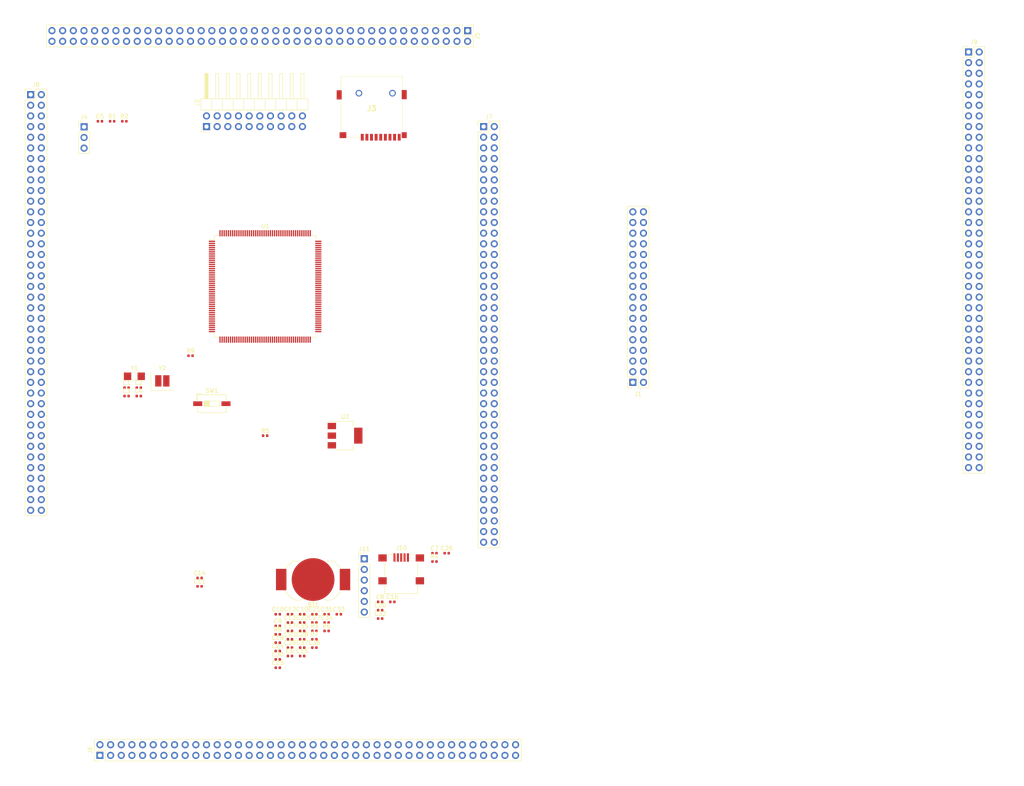
<source format=kicad_pcb>
(kicad_pcb (version 20171130) (host pcbnew "(5.1.6)-1")
  (layers (0 F.Cu signal) (31 B.Cu signal) (34 B.Paste user) (35 F.Paste user) (36 B.SilkS user) (37 F.SilkS user) (38 B.Mask user) (39 F.Mask user) (44 Edge.Cuts user))
  (net 0 "")
  (net 1 GND)
  (net 2 /HSE_OUT)
  (net 3 /HSE_IN)
  (net 4 /LSE_OUT)
  (net 5 /LSE_IN)
  (net 6 /NRST)
  (net 7 "Net-(R1-Pad1)")
  (net 8 "Net-(J4-Pad2)")
  (net 9 +3V3)
  (net 10 /DSI_VDD12)
  (net 11 PD11)
  (net 12 PD7)
  (net 13 PD4)
  (net 14 PD5)
  (net 15 PD14)
  (net 16 PD0)
  (net 17 PD15)
  (net 18 PE7)
  (net 19 PD1)
  (net 20 PE9)
  (net 21 PE8)
  (net 22 PE11)
  (net 23 PE10)
  (net 24 PE13)
  (net 25 PE12)
  (net 26 PE15)
  (net 27 PE14)
  (net 28 PD9)
  (net 29 PD8)
  (net 30 PD10)
  (net 31 PA7)
  (net 32 PA6)
  (net 33 PD12)
  (net 34 PA5)
  (net 35 "Net-(J2-Pad19)")
  (net 36 "Net-(J2-Pad17)")
  (net 37 "Net-(J2-Pad11)")
  (net 38 PA14)
  (net 39 PA13)
  (net 40 PC10)
  (net 41 PC11)
  (net 42 PC12)
  (net 43 PC8)
  (net 44 PC9)
  (net 45 "Net-(BT1-Pad1)")
  (net 46 PE2)
  (net 47 "Net-(J10-Pad4)")
  (net 48 "Net-(R9-Pad1)")
  (net 49 PI3)
  (net 50 PI1)
  (net 51 PI0)
  (net 52 "Net-(C7-Pad1)")
  (net 53 PA12)
  (net 54 PA11)
  (net 55 PA10)
  (net 56 PA9)
  (net 57 PA8)
  (net 58 PC7)
  (net 59 PC6)
  (net 60 PG8)
  (net 61 PG7)
  (net 62 PG6)
  (net 63 PG5)
  (net 64 PG4)
  (net 65 PG3)
  (net 66 PG2)
  (net 67 "Net-(J11-Pad6)")
  (net 68 "Net-(J11-Pad5)")
  (net 69 "Net-(J11-Pad4)")
  (net 70 "Net-(J11-Pad3)")
  (net 71 "Net-(J11-Pad2)")
  (net 72 "Net-(J11-Pad1)")
  (net 73 PD13)
  (net 74 PB15)
  (net 75 PB14)
  (net 76 PB13)
  (net 77 PB12)
  (net 78 PH7)
  (net 79 PH6)
  (net 80 "Net-(C6-Pad1)")
  (net 81 PB11)
  (net 82 PB10)
  (net 83 PG1)
  (net 84 PG0)
  (net 85 PF15)
  (net 86 PF14)
  (net 87 PF13)
  (net 88 PF12)
  (net 89 PF11)
  (net 90 PB2)
  (net 91 PB1)
  (net 92 PB0)
  (net 93 PC5)
  (net 94 PC4)
  (net 95 PA4)
  (net 96 "Net-(R3-Pad1)")
  (net 97 PA3)
  (net 98 PH5)
  (net 99 PH4)
  (net 100 PH3)
  (net 101 PH2)
  (net 102 PA2)
  (net 103 PA1)
  (net 104 PA0)
  (net 105 /VDD_A)
  (net 106 /VDD_REF+)
  (net 107 PC3)
  (net 108 PC2)
  (net 109 PC1)
  (net 110 PC0)
  (net 111 PF10)
  (net 112 PF9)
  (net 113 PF8)
  (net 114 PF7)
  (net 115 PF6)
  (net 116 PF5)
  (net 117 PF4)
  (net 118 PF3)
  (net 119 PF2)
  (net 120 PF1)
  (net 121 PF0)
  (net 122 PI10)
  (net 123 PI9)
  (net 124 PI8)
  (net 125 PC13)
  (net 126 PE6)
  (net 127 PE5)
  (net 128 PE4)
  (net 129 PE3)
  (net 130 +5V)
  (net 131 PI11)
  (module Connector_PinHeader_2.54mm:PinHeader_2x40_P2.54mm_Vertical (layer F.Cu) (at 104.14 21.59 270)
    (fp_text reference J5 (at 1.27 -2.33 90) (layer F.SilkS))
    (fp_text value Conn_02x40_Odd_Even)
    (pad 80 thru_hole oval (at 2.54 99.06 270) (size 1.7 1.7) (drill 1) (layers *.Cu *.Mask))
    (pad 79 thru_hole oval (at 0 99.06 270) (size 1.7 1.7) (drill 1) (layers *.Cu *.Mask))
    (pad 78 thru_hole oval (at 2.54 96.52 270) (size 1.7 1.7) (drill 1) (layers *.Cu *.Mask))
    (pad 77 thru_hole oval (at 0 96.52 270) (size 1.7 1.7) (drill 1) (layers *.Cu *.Mask))
    (pad 76 thru_hole oval (at 2.54 93.98 270) (size 1.7 1.7) (drill 1) (layers *.Cu *.Mask))
    (pad 75 thru_hole oval (at 0 93.98 270) (size 1.7 1.7) (drill 1) (layers *.Cu *.Mask))
    (pad 74 thru_hole oval (at 2.54 91.44 270) (size 1.7 1.7) (drill 1) (layers *.Cu *.Mask))
    (pad 73 thru_hole oval (at 0 91.44 270) (size 1.7 1.7) (drill 1) (layers *.Cu *.Mask))
    (pad 72 thru_hole oval (at 2.54 88.9 270) (size 1.7 1.7) (drill 1) (layers *.Cu *.Mask))
    (pad 71 thru_hole oval (at 0 88.9 270) (size 1.7 1.7) (drill 1) (layers *.Cu *.Mask))
    (pad 70 thru_hole oval (at 2.54 86.36 270) (size 1.7 1.7) (drill 1) (layers *.Cu *.Mask))
    (pad 69 thru_hole oval (at 0 86.36 270) (size 1.7 1.7) (drill 1) (layers *.Cu *.Mask))
    (pad 68 thru_hole oval (at 2.54 83.82 270) (size 1.7 1.7) (drill 1) (layers *.Cu *.Mask))
    (pad 67 thru_hole oval (at 0 83.82 270) (size 1.7 1.7) (drill 1) (layers *.Cu *.Mask))
    (pad 66 thru_hole oval (at 2.54 81.28 270) (size 1.7 1.7) (drill 1) (layers *.Cu *.Mask))
    (pad 65 thru_hole oval (at 0 81.28 270) (size 1.7 1.7) (drill 1) (layers *.Cu *.Mask))
    (pad 64 thru_hole oval (at 2.54 78.74 270) (size 1.7 1.7) (drill 1) (layers *.Cu *.Mask))
    (pad 63 thru_hole oval (at 0 78.74 270) (size 1.7 1.7) (drill 1) (layers *.Cu *.Mask))
    (pad 62 thru_hole oval (at 2.54 76.2 270) (size 1.7 1.7) (drill 1) (layers *.Cu *.Mask))
    (pad 61 thru_hole oval (at 0 76.2 270) (size 1.7 1.7) (drill 1) (layers *.Cu *.Mask))
    (pad 60 thru_hole oval (at 2.54 73.66 270) (size 1.7 1.7) (drill 1) (layers *.Cu *.Mask))
    (pad 59 thru_hole oval (at 0 73.66 270) (size 1.7 1.7) (drill 1) (layers *.Cu *.Mask))
    (pad 58 thru_hole oval (at 2.54 71.12 270) (size 1.7 1.7) (drill 1) (layers *.Cu *.Mask))
    (pad 57 thru_hole oval (at 0 71.12 270) (size 1.7 1.7) (drill 1) (layers *.Cu *.Mask))
    (pad 56 thru_hole oval (at 2.54 68.58 270) (size 1.7 1.7) (drill 1) (layers *.Cu *.Mask))
    (pad 55 thru_hole oval (at 0 68.58 270) (size 1.7 1.7) (drill 1) (layers *.Cu *.Mask))
    (pad 54 thru_hole oval (at 2.54 66.04 270) (size 1.7 1.7) (drill 1) (layers *.Cu *.Mask))
    (pad 53 thru_hole oval (at 0 66.04 270) (size 1.7 1.7) (drill 1) (layers *.Cu *.Mask))
    (pad 52 thru_hole oval (at 2.54 63.5 270) (size 1.7 1.7) (drill 1) (layers *.Cu *.Mask))
    (pad 51 thru_hole oval (at 0 63.5 270) (size 1.7 1.7) (drill 1) (layers *.Cu *.Mask))
    (pad 50 thru_hole oval (at 2.54 60.96 270) (size 1.7 1.7) (drill 1) (layers *.Cu *.Mask))
    (pad 49 thru_hole oval (at 0 60.96 270) (size 1.7 1.7) (drill 1) (layers *.Cu *.Mask))
    (pad 48 thru_hole oval (at 2.54 58.42 270) (size 1.7 1.7) (drill 1) (layers *.Cu *.Mask))
    (pad 47 thru_hole oval (at 0 58.42 270) (size 1.7 1.7) (drill 1) (layers *.Cu *.Mask))
    (pad 46 thru_hole oval (at 2.54 55.88 270) (size 1.7 1.7) (drill 1) (layers *.Cu *.Mask))
    (pad 45 thru_hole oval (at 0 55.88 270) (size 1.7 1.7) (drill 1) (layers *.Cu *.Mask))
    (pad 44 thru_hole oval (at 2.54 53.34 270) (size 1.7 1.7) (drill 1) (layers *.Cu *.Mask))
    (pad 43 thru_hole oval (at 0 53.34 270) (size 1.7 1.7) (drill 1) (layers *.Cu *.Mask))
    (pad 42 thru_hole oval (at 2.54 50.8 270) (size 1.7 1.7) (drill 1) (layers *.Cu *.Mask))
    (pad 41 thru_hole oval (at 0 50.8 270) (size 1.7 1.7) (drill 1) (layers *.Cu *.Mask))
    (pad 40 thru_hole oval (at 2.54 48.26 270) (size 1.7 1.7) (drill 1) (layers *.Cu *.Mask))
    (pad 39 thru_hole oval (at 0 48.26 270) (size 1.7 1.7) (drill 1) (layers *.Cu *.Mask))
    (pad 38 thru_hole oval (at 2.54 45.72 270) (size 1.7 1.7) (drill 1) (layers *.Cu *.Mask))
    (pad 37 thru_hole oval (at 0 45.72 270) (size 1.7 1.7) (drill 1) (layers *.Cu *.Mask))
    (pad 36 thru_hole oval (at 2.54 43.18 270) (size 1.7 1.7) (drill 1) (layers *.Cu *.Mask))
    (pad 35 thru_hole oval (at 0 43.18 270) (size 1.7 1.7) (drill 1) (layers *.Cu *.Mask))
    (pad 34 thru_hole oval (at 2.54 40.64 270) (size 1.7 1.7) (drill 1) (layers *.Cu *.Mask))
    (pad 33 thru_hole oval (at 0 40.64 270) (size 1.7 1.7) (drill 1) (layers *.Cu *.Mask))
    (pad 32 thru_hole oval (at 2.54 38.1 270) (size 1.7 1.7) (drill 1) (layers *.Cu *.Mask))
    (pad 31 thru_hole oval (at 0 38.1 270) (size 1.7 1.7) (drill 1) (layers *.Cu *.Mask))
    (pad 30 thru_hole oval (at 2.54 35.56 270) (size 1.7 1.7) (drill 1) (layers *.Cu *.Mask))
    (pad 29 thru_hole oval (at 0 35.56 270) (size 1.7 1.7) (drill 1) (layers *.Cu *.Mask))
    (pad 28 thru_hole oval (at 2.54 33.02 270) (size 1.7 1.7) (drill 1) (layers *.Cu *.Mask))
    (pad 27 thru_hole oval (at 0 33.02 270) (size 1.7 1.7) (drill 1) (layers *.Cu *.Mask))
    (pad 26 thru_hole oval (at 2.54 30.48 270) (size 1.7 1.7) (drill 1) (layers *.Cu *.Mask))
    (pad 25 thru_hole oval (at 0 30.48 270) (size 1.7 1.7) (drill 1) (layers *.Cu *.Mask))
    (pad 24 thru_hole oval (at 2.54 27.94 270) (size 1.7 1.7) (drill 1) (layers *.Cu *.Mask))
    (pad 23 thru_hole oval (at 0 27.94 270) (size 1.7 1.7) (drill 1) (layers *.Cu *.Mask))
    (pad 22 thru_hole oval (at 2.54 25.4 270) (size 1.7 1.7) (drill 1) (layers *.Cu *.Mask))
    (pad 21 thru_hole oval (at 0 25.4 270) (size 1.7 1.7) (drill 1) (layers *.Cu *.Mask))
    (pad 20 thru_hole oval (at 2.54 22.86 270) (size 1.7 1.7) (drill 1) (layers *.Cu *.Mask))
    (pad 19 thru_hole oval (at 0 22.86 270) (size 1.7 1.7) (drill 1) (layers *.Cu *.Mask))
    (pad 18 thru_hole oval (at 2.54 20.32 270) (size 1.7 1.7) (drill 1) (layers *.Cu *.Mask))
    (pad 17 thru_hole oval (at 0 20.32 270) (size 1.7 1.7) (drill 1) (layers *.Cu *.Mask))
    (pad 16 thru_hole oval (at 2.54 17.78 270) (size 1.7 1.7) (drill 1) (layers *.Cu *.Mask))
    (pad 15 thru_hole oval (at 0 17.78 270) (size 1.7 1.7) (drill 1) (layers *.Cu *.Mask))
    (pad 14 thru_hole oval (at 2.54 15.24 270) (size 1.7 1.7) (drill 1) (layers *.Cu *.Mask))
    (pad 13 thru_hole oval (at 0 15.24 270) (size 1.7 1.7) (drill 1) (layers *.Cu *.Mask))
    (pad 12 thru_hole oval (at 2.54 12.7 270) (size 1.7 1.7) (drill 1) (layers *.Cu *.Mask))
    (pad 11 thru_hole oval (at 0 12.7 270) (size 1.7 1.7) (drill 1) (layers *.Cu *.Mask))
    (pad 10 thru_hole oval (at 2.54 10.16 270) (size 1.7 1.7) (drill 1) (layers *.Cu *.Mask))
    (pad 9 thru_hole oval (at 0 10.16 270) (size 1.7 1.7) (drill 1) (layers *.Cu *.Mask))
    (pad 8 thru_hole oval (at 2.54 7.62 270) (size 1.7 1.7) (drill 1) (layers *.Cu *.Mask))
    (pad 7 thru_hole oval (at 0 7.62 270) (size 1.7 1.7) (drill 1) (layers *.Cu *.Mask))
    (pad 6 thru_hole oval (at 2.54 5.08 270) (size 1.7 1.7) (drill 1) (layers *.Cu *.Mask))
    (pad 5 thru_hole oval (at 0 5.08 270) (size 1.7 1.7) (drill 1) (layers *.Cu *.Mask))
    (pad 4 thru_hole oval (at 2.54 2.54 270) (size 1.7 1.7) (drill 1) (layers *.Cu *.Mask) (net 49 PI3))
    (pad 3 thru_hole oval (at 0 2.54 270) (size 1.7 1.7) (drill 1) (layers *.Cu *.Mask))
    (pad 2 thru_hole oval (at 2.54 0 270) (size 1.7 1.7) (drill 1) (layers *.Cu *.Mask) (net 50 PI1))
    (pad 1 thru_hole rect (at 0 0 270) (size 1.7 1.7) (drill 1) (layers *.Cu *.Mask))
  )
  (module Connector_PinHeader_2.54mm:PinHeader_2x40_P2.54mm_Vertical (layer F.Cu) (at 107.95 44.45)
    (fp_text reference J7 (at 1.27 -2.33) (layer F.SilkS))
    (fp_text value Conn_02x40_Odd_Even)
    (pad 80 thru_hole oval (at 2.54 99.06) (size 1.7 1.7) (drill 1) (layers *.Cu *.Mask))
    (pad 79 thru_hole oval (at 0 99.06) (size 1.7 1.7) (drill 1) (layers *.Cu *.Mask) (net 29 PD8))
    (pad 78 thru_hole oval (at 2.54 96.52) (size 1.7 1.7) (drill 1) (layers *.Cu *.Mask))
    (pad 77 thru_hole oval (at 0 96.52) (size 1.7 1.7) (drill 1) (layers *.Cu *.Mask) (net 28 PD9))
    (pad 76 thru_hole oval (at 2.54 93.98) (size 1.7 1.7) (drill 1) (layers *.Cu *.Mask))
    (pad 75 thru_hole oval (at 0 93.98) (size 1.7 1.7) (drill 1) (layers *.Cu *.Mask) (net 30 PD10))
    (pad 74 thru_hole oval (at 2.54 91.44) (size 1.7 1.7) (drill 1) (layers *.Cu *.Mask))
    (pad 73 thru_hole oval (at 0 91.44) (size 1.7 1.7) (drill 1) (layers *.Cu *.Mask) (net 11 PD11))
    (pad 72 thru_hole oval (at 2.54 88.9) (size 1.7 1.7) (drill 1) (layers *.Cu *.Mask))
    (pad 71 thru_hole oval (at 0 88.9) (size 1.7 1.7) (drill 1) (layers *.Cu *.Mask) (net 33 PD12))
    (pad 70 thru_hole oval (at 2.54 86.36) (size 1.7 1.7) (drill 1) (layers *.Cu *.Mask))
    (pad 69 thru_hole oval (at 0 86.36) (size 1.7 1.7) (drill 1) (layers *.Cu *.Mask) (net 73 PD13))
    (pad 68 thru_hole oval (at 2.54 83.82) (size 1.7 1.7) (drill 1) (layers *.Cu *.Mask))
    (pad 67 thru_hole oval (at 0 83.82) (size 1.7 1.7) (drill 1) (layers *.Cu *.Mask) (net 15 PD14))
    (pad 66 thru_hole oval (at 2.54 81.28) (size 1.7 1.7) (drill 1) (layers *.Cu *.Mask))
    (pad 65 thru_hole oval (at 0 81.28) (size 1.7 1.7) (drill 1) (layers *.Cu *.Mask) (net 17 PD15))
    (pad 64 thru_hole oval (at 2.54 78.74) (size 1.7 1.7) (drill 1) (layers *.Cu *.Mask))
    (pad 63 thru_hole oval (at 0 78.74) (size 1.7 1.7) (drill 1) (layers *.Cu *.Mask) (net 66 PG2))
    (pad 62 thru_hole oval (at 2.54 76.2) (size 1.7 1.7) (drill 1) (layers *.Cu *.Mask))
    (pad 61 thru_hole oval (at 0 76.2) (size 1.7 1.7) (drill 1) (layers *.Cu *.Mask) (net 65 PG3))
    (pad 60 thru_hole oval (at 2.54 73.66) (size 1.7 1.7) (drill 1) (layers *.Cu *.Mask))
    (pad 59 thru_hole oval (at 0 73.66) (size 1.7 1.7) (drill 1) (layers *.Cu *.Mask) (net 64 PG4))
    (pad 58 thru_hole oval (at 2.54 71.12) (size 1.7 1.7) (drill 1) (layers *.Cu *.Mask))
    (pad 57 thru_hole oval (at 0 71.12) (size 1.7 1.7) (drill 1) (layers *.Cu *.Mask) (net 63 PG5))
    (pad 56 thru_hole oval (at 2.54 68.58) (size 1.7 1.7) (drill 1) (layers *.Cu *.Mask))
    (pad 55 thru_hole oval (at 0 68.58) (size 1.7 1.7) (drill 1) (layers *.Cu *.Mask) (net 62 PG6))
    (pad 54 thru_hole oval (at 2.54 66.04) (size 1.7 1.7) (drill 1) (layers *.Cu *.Mask))
    (pad 53 thru_hole oval (at 0 66.04) (size 1.7 1.7) (drill 1) (layers *.Cu *.Mask) (net 61 PG7))
    (pad 52 thru_hole oval (at 2.54 63.5) (size 1.7 1.7) (drill 1) (layers *.Cu *.Mask))
    (pad 51 thru_hole oval (at 0 63.5) (size 1.7 1.7) (drill 1) (layers *.Cu *.Mask) (net 60 PG8))
    (pad 50 thru_hole oval (at 2.54 60.96) (size 1.7 1.7) (drill 1) (layers *.Cu *.Mask))
    (pad 49 thru_hole oval (at 0 60.96) (size 1.7 1.7) (drill 1) (layers *.Cu *.Mask) (net 59 PC6))
    (pad 48 thru_hole oval (at 2.54 58.42) (size 1.7 1.7) (drill 1) (layers *.Cu *.Mask))
    (pad 47 thru_hole oval (at 0 58.42) (size 1.7 1.7) (drill 1) (layers *.Cu *.Mask) (net 58 PC7))
    (pad 46 thru_hole oval (at 2.54 55.88) (size 1.7 1.7) (drill 1) (layers *.Cu *.Mask))
    (pad 45 thru_hole oval (at 0 55.88) (size 1.7 1.7) (drill 1) (layers *.Cu *.Mask) (net 57 PA8))
    (pad 44 thru_hole oval (at 2.54 53.34) (size 1.7 1.7) (drill 1) (layers *.Cu *.Mask))
    (pad 43 thru_hole oval (at 0 53.34) (size 1.7 1.7) (drill 1) (layers *.Cu *.Mask) (net 56 PA9))
    (pad 42 thru_hole oval (at 2.54 50.8) (size 1.7 1.7) (drill 1) (layers *.Cu *.Mask))
    (pad 41 thru_hole oval (at 0 50.8) (size 1.7 1.7) (drill 1) (layers *.Cu *.Mask) (net 55 PA10))
    (pad 40 thru_hole oval (at 2.54 48.26) (size 1.7 1.7) (drill 1) (layers *.Cu *.Mask))
    (pad 39 thru_hole oval (at 0 48.26) (size 1.7 1.7) (drill 1) (layers *.Cu *.Mask) (net 54 PA11))
    (pad 38 thru_hole oval (at 2.54 45.72) (size 1.7 1.7) (drill 1) (layers *.Cu *.Mask))
    (pad 37 thru_hole oval (at 0 45.72) (size 1.7 1.7) (drill 1) (layers *.Cu *.Mask) (net 53 PA12))
    (pad 36 thru_hole oval (at 2.54 43.18) (size 1.7 1.7) (drill 1) (layers *.Cu *.Mask))
    (pad 35 thru_hole oval (at 0 43.18) (size 1.7 1.7) (drill 1) (layers *.Cu *.Mask) (net 51 PI0))
    (pad 34 thru_hole oval (at 2.54 40.64) (size 1.7 1.7) (drill 1) (layers *.Cu *.Mask))
    (pad 33 thru_hole oval (at 0 40.64) (size 1.7 1.7) (drill 1) (layers *.Cu *.Mask))
    (pad 32 thru_hole oval (at 2.54 38.1) (size 1.7 1.7) (drill 1) (layers *.Cu *.Mask))
    (pad 31 thru_hole oval (at 0 38.1) (size 1.7 1.7) (drill 1) (layers *.Cu *.Mask))
    (pad 30 thru_hole oval (at 2.54 35.56) (size 1.7 1.7) (drill 1) (layers *.Cu *.Mask))
    (pad 29 thru_hole oval (at 0 35.56) (size 1.7 1.7) (drill 1) (layers *.Cu *.Mask))
    (pad 28 thru_hole oval (at 2.54 33.02) (size 1.7 1.7) (drill 1) (layers *.Cu *.Mask))
    (pad 27 thru_hole oval (at 0 33.02) (size 1.7 1.7) (drill 1) (layers *.Cu *.Mask))
    (pad 26 thru_hole oval (at 2.54 30.48) (size 1.7 1.7) (drill 1) (layers *.Cu *.Mask))
    (pad 25 thru_hole oval (at 0 30.48) (size 1.7 1.7) (drill 1) (layers *.Cu *.Mask))
    (pad 24 thru_hole oval (at 2.54 27.94) (size 1.7 1.7) (drill 1) (layers *.Cu *.Mask))
    (pad 23 thru_hole oval (at 0 27.94) (size 1.7 1.7) (drill 1) (layers *.Cu *.Mask))
    (pad 22 thru_hole oval (at 2.54 25.4) (size 1.7 1.7) (drill 1) (layers *.Cu *.Mask))
    (pad 21 thru_hole oval (at 0 25.4) (size 1.7 1.7) (drill 1) (layers *.Cu *.Mask))
    (pad 20 thru_hole oval (at 2.54 22.86) (size 1.7 1.7) (drill 1) (layers *.Cu *.Mask))
    (pad 19 thru_hole oval (at 0 22.86) (size 1.7 1.7) (drill 1) (layers *.Cu *.Mask))
    (pad 18 thru_hole oval (at 2.54 20.32) (size 1.7 1.7) (drill 1) (layers *.Cu *.Mask))
    (pad 17 thru_hole oval (at 0 20.32) (size 1.7 1.7) (drill 1) (layers *.Cu *.Mask))
    (pad 16 thru_hole oval (at 2.54 17.78) (size 1.7 1.7) (drill 1) (layers *.Cu *.Mask))
    (pad 15 thru_hole oval (at 0 17.78) (size 1.7 1.7) (drill 1) (layers *.Cu *.Mask))
    (pad 14 thru_hole oval (at 2.54 15.24) (size 1.7 1.7) (drill 1) (layers *.Cu *.Mask))
    (pad 13 thru_hole oval (at 0 15.24) (size 1.7 1.7) (drill 1) (layers *.Cu *.Mask))
    (pad 12 thru_hole oval (at 2.54 12.7) (size 1.7 1.7) (drill 1) (layers *.Cu *.Mask))
    (pad 11 thru_hole oval (at 0 12.7) (size 1.7 1.7) (drill 1) (layers *.Cu *.Mask))
    (pad 10 thru_hole oval (at 2.54 10.16) (size 1.7 1.7) (drill 1) (layers *.Cu *.Mask))
    (pad 9 thru_hole oval (at 0 10.16) (size 1.7 1.7) (drill 1) (layers *.Cu *.Mask))
    (pad 8 thru_hole oval (at 2.54 7.62) (size 1.7 1.7) (drill 1) (layers *.Cu *.Mask))
    (pad 7 thru_hole oval (at 0 7.62) (size 1.7 1.7) (drill 1) (layers *.Cu *.Mask))
    (pad 6 thru_hole oval (at 2.54 5.08) (size 1.7 1.7) (drill 1) (layers *.Cu *.Mask))
    (pad 5 thru_hole oval (at 0 5.08) (size 1.7 1.7) (drill 1) (layers *.Cu *.Mask))
    (pad 4 thru_hole oval (at 2.54 2.54) (size 1.7 1.7) (drill 1) (layers *.Cu *.Mask))
    (pad 3 thru_hole oval (at 0 2.54) (size 1.7 1.7) (drill 1) (layers *.Cu *.Mask))
    (pad 2 thru_hole oval (at 2.54 0) (size 1.7 1.7) (drill 1) (layers *.Cu *.Mask))
    (pad 1 thru_hole rect (at 0 0) (size 1.7 1.7) (drill 1) (layers *.Cu *.Mask))
  )
  (module Connector_PinHeader_2.54mm:PinHeader_2x40_P2.54mm_Vertical (layer F.Cu) (at 16.51 194.31 90)
    (fp_text reference J6 (at 1.27 -2.33 90) (layer F.SilkS))
    (fp_text value Conn_02x40_Odd_Even)
    (pad 80 thru_hole oval (at 2.54 99.06 90) (size 1.7 1.7) (drill 1) (layers *.Cu *.Mask))
    (pad 79 thru_hole oval (at 0 99.06 90) (size 1.7 1.7) (drill 1) (layers *.Cu *.Mask))
    (pad 78 thru_hole oval (at 2.54 96.52 90) (size 1.7 1.7) (drill 1) (layers *.Cu *.Mask))
    (pad 77 thru_hole oval (at 0 96.52 90) (size 1.7 1.7) (drill 1) (layers *.Cu *.Mask))
    (pad 76 thru_hole oval (at 2.54 93.98 90) (size 1.7 1.7) (drill 1) (layers *.Cu *.Mask))
    (pad 75 thru_hole oval (at 0 93.98 90) (size 1.7 1.7) (drill 1) (layers *.Cu *.Mask))
    (pad 74 thru_hole oval (at 2.54 91.44 90) (size 1.7 1.7) (drill 1) (layers *.Cu *.Mask))
    (pad 73 thru_hole oval (at 0 91.44 90) (size 1.7 1.7) (drill 1) (layers *.Cu *.Mask))
    (pad 72 thru_hole oval (at 2.54 88.9 90) (size 1.7 1.7) (drill 1) (layers *.Cu *.Mask))
    (pad 71 thru_hole oval (at 0 88.9 90) (size 1.7 1.7) (drill 1) (layers *.Cu *.Mask))
    (pad 70 thru_hole oval (at 2.54 86.36 90) (size 1.7 1.7) (drill 1) (layers *.Cu *.Mask))
    (pad 69 thru_hole oval (at 0 86.36 90) (size 1.7 1.7) (drill 1) (layers *.Cu *.Mask))
    (pad 68 thru_hole oval (at 2.54 83.82 90) (size 1.7 1.7) (drill 1) (layers *.Cu *.Mask))
    (pad 67 thru_hole oval (at 0 83.82 90) (size 1.7 1.7) (drill 1) (layers *.Cu *.Mask))
    (pad 66 thru_hole oval (at 2.54 81.28 90) (size 1.7 1.7) (drill 1) (layers *.Cu *.Mask))
    (pad 65 thru_hole oval (at 0 81.28 90) (size 1.7 1.7) (drill 1) (layers *.Cu *.Mask))
    (pad 64 thru_hole oval (at 2.54 78.74 90) (size 1.7 1.7) (drill 1) (layers *.Cu *.Mask))
    (pad 63 thru_hole oval (at 0 78.74 90) (size 1.7 1.7) (drill 1) (layers *.Cu *.Mask))
    (pad 62 thru_hole oval (at 2.54 76.2 90) (size 1.7 1.7) (drill 1) (layers *.Cu *.Mask))
    (pad 61 thru_hole oval (at 0 76.2 90) (size 1.7 1.7) (drill 1) (layers *.Cu *.Mask))
    (pad 60 thru_hole oval (at 2.54 73.66 90) (size 1.7 1.7) (drill 1) (layers *.Cu *.Mask))
    (pad 59 thru_hole oval (at 0 73.66 90) (size 1.7 1.7) (drill 1) (layers *.Cu *.Mask))
    (pad 58 thru_hole oval (at 2.54 71.12 90) (size 1.7 1.7) (drill 1) (layers *.Cu *.Mask))
    (pad 57 thru_hole oval (at 0 71.12 90) (size 1.7 1.7) (drill 1) (layers *.Cu *.Mask))
    (pad 56 thru_hole oval (at 2.54 68.58 90) (size 1.7 1.7) (drill 1) (layers *.Cu *.Mask))
    (pad 55 thru_hole oval (at 0 68.58 90) (size 1.7 1.7) (drill 1) (layers *.Cu *.Mask))
    (pad 54 thru_hole oval (at 2.54 66.04 90) (size 1.7 1.7) (drill 1) (layers *.Cu *.Mask))
    (pad 53 thru_hole oval (at 0 66.04 90) (size 1.7 1.7) (drill 1) (layers *.Cu *.Mask))
    (pad 52 thru_hole oval (at 2.54 63.5 90) (size 1.7 1.7) (drill 1) (layers *.Cu *.Mask))
    (pad 51 thru_hole oval (at 0 63.5 90) (size 1.7 1.7) (drill 1) (layers *.Cu *.Mask))
    (pad 50 thru_hole oval (at 2.54 60.96 90) (size 1.7 1.7) (drill 1) (layers *.Cu *.Mask))
    (pad 49 thru_hole oval (at 0 60.96 90) (size 1.7 1.7) (drill 1) (layers *.Cu *.Mask))
    (pad 48 thru_hole oval (at 2.54 58.42 90) (size 1.7 1.7) (drill 1) (layers *.Cu *.Mask))
    (pad 47 thru_hole oval (at 0 58.42 90) (size 1.7 1.7) (drill 1) (layers *.Cu *.Mask))
    (pad 46 thru_hole oval (at 2.54 55.88 90) (size 1.7 1.7) (drill 1) (layers *.Cu *.Mask))
    (pad 45 thru_hole oval (at 0 55.88 90) (size 1.7 1.7) (drill 1) (layers *.Cu *.Mask))
    (pad 44 thru_hole oval (at 2.54 53.34 90) (size 1.7 1.7) (drill 1) (layers *.Cu *.Mask))
    (pad 43 thru_hole oval (at 0 53.34 90) (size 1.7 1.7) (drill 1) (layers *.Cu *.Mask))
    (pad 42 thru_hole oval (at 2.54 50.8 90) (size 1.7 1.7) (drill 1) (layers *.Cu *.Mask))
    (pad 41 thru_hole oval (at 0 50.8 90) (size 1.7 1.7) (drill 1) (layers *.Cu *.Mask))
    (pad 40 thru_hole oval (at 2.54 48.26 90) (size 1.7 1.7) (drill 1) (layers *.Cu *.Mask) (net 74 PB15))
    (pad 39 thru_hole oval (at 0 48.26 90) (size 1.7 1.7) (drill 1) (layers *.Cu *.Mask))
    (pad 38 thru_hole oval (at 2.54 45.72 90) (size 1.7 1.7) (drill 1) (layers *.Cu *.Mask) (net 75 PB14))
    (pad 37 thru_hole oval (at 0 45.72 90) (size 1.7 1.7) (drill 1) (layers *.Cu *.Mask))
    (pad 36 thru_hole oval (at 2.54 43.18 90) (size 1.7 1.7) (drill 1) (layers *.Cu *.Mask) (net 76 PB13))
    (pad 35 thru_hole oval (at 0 43.18 90) (size 1.7 1.7) (drill 1) (layers *.Cu *.Mask))
    (pad 34 thru_hole oval (at 2.54 40.64 90) (size 1.7 1.7) (drill 1) (layers *.Cu *.Mask) (net 77 PB12))
    (pad 33 thru_hole oval (at 0 40.64 90) (size 1.7 1.7) (drill 1) (layers *.Cu *.Mask))
    (pad 32 thru_hole oval (at 2.54 38.1 90) (size 1.7 1.7) (drill 1) (layers *.Cu *.Mask) (net 78 PH7))
    (pad 31 thru_hole oval (at 0 38.1 90) (size 1.7 1.7) (drill 1) (layers *.Cu *.Mask) (net 26 PE15))
    (pad 30 thru_hole oval (at 2.54 35.56 90) (size 1.7 1.7) (drill 1) (layers *.Cu *.Mask) (net 79 PH6))
    (pad 29 thru_hole oval (at 0 35.56 90) (size 1.7 1.7) (drill 1) (layers *.Cu *.Mask) (net 27 PE14))
    (pad 28 thru_hole oval (at 2.54 33.02 90) (size 1.7 1.7) (drill 1) (layers *.Cu *.Mask) (net 81 PB11))
    (pad 27 thru_hole oval (at 0 33.02 90) (size 1.7 1.7) (drill 1) (layers *.Cu *.Mask) (net 24 PE13))
    (pad 26 thru_hole oval (at 2.54 30.48 90) (size 1.7 1.7) (drill 1) (layers *.Cu *.Mask) (net 82 PB10))
    (pad 25 thru_hole oval (at 0 30.48 90) (size 1.7 1.7) (drill 1) (layers *.Cu *.Mask) (net 25 PE12))
    (pad 24 thru_hole oval (at 2.54 27.94 90) (size 1.7 1.7) (drill 1) (layers *.Cu *.Mask) (net 85 PF15))
    (pad 23 thru_hole oval (at 0 27.94 90) (size 1.7 1.7) (drill 1) (layers *.Cu *.Mask) (net 22 PE11))
    (pad 22 thru_hole oval (at 2.54 25.4 90) (size 1.7 1.7) (drill 1) (layers *.Cu *.Mask) (net 86 PF14))
    (pad 21 thru_hole oval (at 0 25.4 90) (size 1.7 1.7) (drill 1) (layers *.Cu *.Mask) (net 23 PE10))
    (pad 20 thru_hole oval (at 2.54 22.86 90) (size 1.7 1.7) (drill 1) (layers *.Cu *.Mask) (net 87 PF13))
    (pad 19 thru_hole oval (at 0 22.86 90) (size 1.7 1.7) (drill 1) (layers *.Cu *.Mask) (net 20 PE9))
    (pad 18 thru_hole oval (at 2.54 20.32 90) (size 1.7 1.7) (drill 1) (layers *.Cu *.Mask) (net 88 PF12))
    (pad 17 thru_hole oval (at 0 20.32 90) (size 1.7 1.7) (drill 1) (layers *.Cu *.Mask) (net 21 PE8))
    (pad 16 thru_hole oval (at 2.54 17.78 90) (size 1.7 1.7) (drill 1) (layers *.Cu *.Mask) (net 89 PF11))
    (pad 15 thru_hole oval (at 0 17.78 90) (size 1.7 1.7) (drill 1) (layers *.Cu *.Mask) (net 18 PE7))
    (pad 14 thru_hole oval (at 2.54 15.24 90) (size 1.7 1.7) (drill 1) (layers *.Cu *.Mask) (net 31 PA7))
    (pad 13 thru_hole oval (at 0 15.24 90) (size 1.7 1.7) (drill 1) (layers *.Cu *.Mask) (net 83 PG1))
    (pad 12 thru_hole oval (at 2.54 12.7 90) (size 1.7 1.7) (drill 1) (layers *.Cu *.Mask) (net 32 PA6))
    (pad 11 thru_hole oval (at 0 12.7 90) (size 1.7 1.7) (drill 1) (layers *.Cu *.Mask) (net 84 PG0))
    (pad 10 thru_hole oval (at 2.54 10.16 90) (size 1.7 1.7) (drill 1) (layers *.Cu *.Mask) (net 34 PA5))
    (pad 9 thru_hole oval (at 0 10.16 90) (size 1.7 1.7) (drill 1) (layers *.Cu *.Mask) (net 90 PB2))
    (pad 8 thru_hole oval (at 2.54 7.62 90) (size 1.7 1.7) (drill 1) (layers *.Cu *.Mask) (net 95 PA4))
    (pad 7 thru_hole oval (at 0 7.62 90) (size 1.7 1.7) (drill 1) (layers *.Cu *.Mask) (net 91 PB1))
    (pad 6 thru_hole oval (at 2.54 5.08 90) (size 1.7 1.7) (drill 1) (layers *.Cu *.Mask) (net 97 PA3))
    (pad 5 thru_hole oval (at 0 5.08 90) (size 1.7 1.7) (drill 1) (layers *.Cu *.Mask) (net 92 PB0))
    (pad 4 thru_hole oval (at 2.54 2.54 90) (size 1.7 1.7) (drill 1) (layers *.Cu *.Mask) (net 98 PH5))
    (pad 3 thru_hole oval (at 0 2.54 90) (size 1.7 1.7) (drill 1) (layers *.Cu *.Mask) (net 93 PC5))
    (pad 2 thru_hole oval (at 2.54 0 90) (size 1.7 1.7) (drill 1) (layers *.Cu *.Mask) (net 99 PH4))
    (pad 1 thru_hole rect (at 0 0 90) (size 1.7 1.7) (drill 1) (layers *.Cu *.Mask) (net 94 PC4))
  )
  (module Resistor_SMD:R_0402_1005Metric (layer F.Cu) (at 58.89 165.46)
    (fp_text reference R8 (at 0 -1.17) (layer F.SilkS))
    (fp_text value 10k)
    (pad 2 smd roundrect (at 0.485 0) (size 0.59 0.64) (layers F.Cu F.Paste F.Mask) (net 1 GND))
    (pad 1 smd roundrect (at -0.485 0) (size 0.59 0.64) (layers F.Cu F.Paste F.Mask) (net 37 "Net-(J2-Pad11)"))
  )
  (module Resistor_SMD:R_0402_1005Metric (layer F.Cu) (at 67.62 166.64)
    (fp_text reference R7 (at 0 -1.17) (layer F.SilkS))
    (fp_text value 10k)
    (pad 2 smd roundrect (at 0.485 0) (size 0.59 0.64) (layers F.Cu F.Paste F.Mask) (net 1 GND))
    (pad 1 smd roundrect (at -0.485 0) (size 0.59 0.64) (layers F.Cu F.Paste F.Mask) (net 35 "Net-(J2-Pad19)"))
  )
  (module Resistor_SMD:R_0402_1005Metric (layer F.Cu) (at 70.53 164.65)
    (fp_text reference R6 (at 0 -1.17) (layer F.SilkS))
    (fp_text value 10k)
    (pad 2 smd roundrect (at 0.485 0) (size 0.59 0.64) (layers F.Cu F.Paste F.Mask) (net 1 GND))
    (pad 1 smd roundrect (at -0.485 0) (size 0.59 0.64) (layers F.Cu F.Paste F.Mask) (net 36 "Net-(J2-Pad17)"))
  )
  (module Resistor_SMD:R_0402_1005Metric (layer F.Cu) (at 96.24 148.11)
    (fp_text reference R4 (at 0 -1.17) (layer F.SilkS))
    (fp_text value 0)
    (pad 2 smd roundrect (at 0.485 0) (size 0.59 0.64) (layers F.Cu F.Paste F.Mask) (net 106 /VDD_REF+))
    (pad 1 smd roundrect (at -0.485 0) (size 0.59 0.64) (layers F.Cu F.Paste F.Mask) (net 105 /VDD_A))
  )
  (module Resistor_SMD:R_0402_1005Metric (layer F.Cu) (at 67.62 164.65)
    (fp_text reference R3 (at 0 -1.17) (layer F.SilkS))
    (fp_text value 10k)
    (pad 2 smd roundrect (at 0.485 0) (size 0.59 0.64) (layers F.Cu F.Paste F.Mask) (net 1 GND))
    (pad 1 smd roundrect (at -0.485 0) (size 0.59 0.64) (layers F.Cu F.Paste F.Mask) (net 96 "Net-(R3-Pad1)"))
  )
  (module Connector_PinHeader_2.54mm:PinHeader_1x06_P2.54mm_Vertical (layer F.Cu) (at 79.51 147.45)
    (fp_text reference J11 (at 0 -2.33) (layer F.SilkS))
    (fp_text value DSI)
    (pad 6 thru_hole oval (at 0 12.7) (size 1.7 1.7) (drill 1) (layers *.Cu *.Mask) (net 67 "Net-(J11-Pad6)"))
    (pad 5 thru_hole oval (at 0 10.16) (size 1.7 1.7) (drill 1) (layers *.Cu *.Mask) (net 68 "Net-(J11-Pad5)"))
    (pad 4 thru_hole oval (at 0 7.62) (size 1.7 1.7) (drill 1) (layers *.Cu *.Mask) (net 69 "Net-(J11-Pad4)"))
    (pad 3 thru_hole oval (at 0 5.08) (size 1.7 1.7) (drill 1) (layers *.Cu *.Mask) (net 70 "Net-(J11-Pad3)"))
    (pad 2 thru_hole oval (at 0 2.54) (size 1.7 1.7) (drill 1) (layers *.Cu *.Mask) (net 71 "Net-(J11-Pad2)"))
    (pad 1 thru_hole rect (at 0 0) (size 1.7 1.7) (drill 1) (layers *.Cu *.Mask) (net 72 "Net-(J11-Pad1)"))
  )
  (module Connector_USB:USB_Mini-B_Lumberg_2486_01_Horizontal (layer F.Cu) (at 88.31 149.85)
    (fp_text reference J10 (at 0 -5) (layer F.SilkS))
    (fp_text value USB_B_Mini)
    (pad "" np_thru_hole circle (at 2.2 0) (size 1 1) (drill 1) (layers *.Cu *.Mask))
    (pad "" np_thru_hole circle (at -2.2 0) (size 1 1) (drill 1) (layers *.Cu *.Mask))
    (pad 6 smd rect (at 4.45 2.85) (size 2 1.7) (layers F.Cu F.Paste F.Mask) (net 1 GND))
    (pad 6 smd rect (at 4.45 -2.6) (size 2 1.7) (layers F.Cu F.Paste F.Mask) (net 1 GND))
    (pad 6 smd rect (at -4.45 2.85) (size 2 1.7) (layers F.Cu F.Paste F.Mask) (net 1 GND))
    (pad 6 smd rect (at -4.45 -2.6) (size 2 1.7) (layers F.Cu F.Paste F.Mask) (net 1 GND))
    (pad 5 smd rect (at 1.6 -2.7) (size 0.5 2) (layers F.Cu F.Paste F.Mask) (net 1 GND))
    (pad 4 smd rect (at 0.8 -2.7) (size 0.5 2) (layers F.Cu F.Paste F.Mask) (net 47 "Net-(J10-Pad4)"))
    (pad 3 smd rect (at 0 -2.7) (size 0.5 2) (layers F.Cu F.Paste F.Mask))
    (pad 2 smd rect (at -0.8 -2.7) (size 0.5 2) (layers F.Cu F.Paste F.Mask))
    (pad 1 smd rect (at -1.6 -2.7) (size 0.5 2) (layers F.Cu F.Paste F.Mask) (net 130 +5V))
  )
  (module Connector_PinHeader_2.54mm:PinHeader_2x40_P2.54mm_Vertical (layer F.Cu) (at 0 36.83)
    (fp_text reference J8 (at 1.27 -2.33) (layer F.SilkS))
    (fp_text value Conn_02x40_Odd_Even)
    (pad 80 thru_hole oval (at 2.54 99.06) (size 1.7 1.7) (drill 1) (layers *.Cu *.Mask))
    (pad 79 thru_hole oval (at 0 99.06) (size 1.7 1.7) (drill 1) (layers *.Cu *.Mask))
    (pad 78 thru_hole oval (at 2.54 96.52) (size 1.7 1.7) (drill 1) (layers *.Cu *.Mask))
    (pad 77 thru_hole oval (at 0 96.52) (size 1.7 1.7) (drill 1) (layers *.Cu *.Mask))
    (pad 76 thru_hole oval (at 2.54 93.98) (size 1.7 1.7) (drill 1) (layers *.Cu *.Mask))
    (pad 75 thru_hole oval (at 0 93.98) (size 1.7 1.7) (drill 1) (layers *.Cu *.Mask))
    (pad 74 thru_hole oval (at 2.54 91.44) (size 1.7 1.7) (drill 1) (layers *.Cu *.Mask) (net 100 PH3))
    (pad 73 thru_hole oval (at 0 91.44) (size 1.7 1.7) (drill 1) (layers *.Cu *.Mask))
    (pad 72 thru_hole oval (at 2.54 88.9) (size 1.7 1.7) (drill 1) (layers *.Cu *.Mask) (net 101 PH2))
    (pad 71 thru_hole oval (at 0 88.9) (size 1.7 1.7) (drill 1) (layers *.Cu *.Mask))
    (pad 70 thru_hole oval (at 2.54 86.36) (size 1.7 1.7) (drill 1) (layers *.Cu *.Mask) (net 102 PA2))
    (pad 69 thru_hole oval (at 0 86.36) (size 1.7 1.7) (drill 1) (layers *.Cu *.Mask))
    (pad 68 thru_hole oval (at 2.54 83.82) (size 1.7 1.7) (drill 1) (layers *.Cu *.Mask) (net 103 PA1))
    (pad 67 thru_hole oval (at 0 83.82) (size 1.7 1.7) (drill 1) (layers *.Cu *.Mask) (net 111 PF10))
    (pad 66 thru_hole oval (at 2.54 81.28) (size 1.7 1.7) (drill 1) (layers *.Cu *.Mask) (net 104 PA0))
    (pad 65 thru_hole oval (at 0 81.28) (size 1.7 1.7) (drill 1) (layers *.Cu *.Mask) (net 112 PF9))
    (pad 64 thru_hole oval (at 2.54 78.74) (size 1.7 1.7) (drill 1) (layers *.Cu *.Mask) (net 107 PC3))
    (pad 63 thru_hole oval (at 0 78.74) (size 1.7 1.7) (drill 1) (layers *.Cu *.Mask) (net 113 PF8))
    (pad 62 thru_hole oval (at 2.54 76.2) (size 1.7 1.7) (drill 1) (layers *.Cu *.Mask) (net 108 PC2))
    (pad 61 thru_hole oval (at 0 76.2) (size 1.7 1.7) (drill 1) (layers *.Cu *.Mask) (net 114 PF7))
    (pad 60 thru_hole oval (at 2.54 73.66) (size 1.7 1.7) (drill 1) (layers *.Cu *.Mask) (net 109 PC1))
    (pad 59 thru_hole oval (at 0 73.66) (size 1.7 1.7) (drill 1) (layers *.Cu *.Mask) (net 115 PF6))
    (pad 58 thru_hole oval (at 2.54 71.12) (size 1.7 1.7) (drill 1) (layers *.Cu *.Mask) (net 110 PC0))
    (pad 57 thru_hole oval (at 0 71.12) (size 1.7 1.7) (drill 1) (layers *.Cu *.Mask) (net 116 PF5))
    (pad 56 thru_hole oval (at 2.54 68.58) (size 1.7 1.7) (drill 1) (layers *.Cu *.Mask) (net 131 PI11))
    (pad 55 thru_hole oval (at 0 68.58) (size 1.7 1.7) (drill 1) (layers *.Cu *.Mask) (net 117 PF4))
    (pad 54 thru_hole oval (at 2.54 66.04) (size 1.7 1.7) (drill 1) (layers *.Cu *.Mask) (net 122 PI10))
    (pad 53 thru_hole oval (at 0 66.04) (size 1.7 1.7) (drill 1) (layers *.Cu *.Mask) (net 118 PF3))
    (pad 52 thru_hole oval (at 2.54 63.5) (size 1.7 1.7) (drill 1) (layers *.Cu *.Mask) (net 123 PI9))
    (pad 51 thru_hole oval (at 0 63.5) (size 1.7 1.7) (drill 1) (layers *.Cu *.Mask) (net 119 PF2))
    (pad 50 thru_hole oval (at 2.54 60.96) (size 1.7 1.7) (drill 1) (layers *.Cu *.Mask) (net 125 PC13))
    (pad 49 thru_hole oval (at 0 60.96) (size 1.7 1.7) (drill 1) (layers *.Cu *.Mask) (net 120 PF1))
    (pad 48 thru_hole oval (at 2.54 58.42) (size 1.7 1.7) (drill 1) (layers *.Cu *.Mask) (net 124 PI8))
    (pad 47 thru_hole oval (at 0 58.42) (size 1.7 1.7) (drill 1) (layers *.Cu *.Mask) (net 121 PF0))
    (pad 46 thru_hole oval (at 2.54 55.88) (size 1.7 1.7) (drill 1) (layers *.Cu *.Mask))
    (pad 45 thru_hole oval (at 0 55.88) (size 1.7 1.7) (drill 1) (layers *.Cu *.Mask) (net 126 PE6))
    (pad 44 thru_hole oval (at 2.54 53.34) (size 1.7 1.7) (drill 1) (layers *.Cu *.Mask))
    (pad 43 thru_hole oval (at 0 53.34) (size 1.7 1.7) (drill 1) (layers *.Cu *.Mask) (net 127 PE5))
    (pad 42 thru_hole oval (at 2.54 50.8) (size 1.7 1.7) (drill 1) (layers *.Cu *.Mask))
    (pad 41 thru_hole oval (at 0 50.8) (size 1.7 1.7) (drill 1) (layers *.Cu *.Mask) (net 128 PE4))
    (pad 40 thru_hole oval (at 2.54 48.26) (size 1.7 1.7) (drill 1) (layers *.Cu *.Mask))
    (pad 39 thru_hole oval (at 0 48.26) (size 1.7 1.7) (drill 1) (layers *.Cu *.Mask) (net 129 PE3))
    (pad 38 thru_hole oval (at 2.54 45.72) (size 1.7 1.7) (drill 1) (layers *.Cu *.Mask))
    (pad 37 thru_hole oval (at 0 45.72) (size 1.7 1.7) (drill 1) (layers *.Cu *.Mask) (net 46 PE2))
    (pad 36 thru_hole oval (at 2.54 43.18) (size 1.7 1.7) (drill 1) (layers *.Cu *.Mask))
    (pad 35 thru_hole oval (at 0 43.18) (size 1.7 1.7) (drill 1) (layers *.Cu *.Mask))
    (pad 34 thru_hole oval (at 2.54 40.64) (size 1.7 1.7) (drill 1) (layers *.Cu *.Mask))
    (pad 33 thru_hole oval (at 0 40.64) (size 1.7 1.7) (drill 1) (layers *.Cu *.Mask))
    (pad 32 thru_hole oval (at 2.54 38.1) (size 1.7 1.7) (drill 1) (layers *.Cu *.Mask))
    (pad 31 thru_hole oval (at 0 38.1) (size 1.7 1.7) (drill 1) (layers *.Cu *.Mask))
    (pad 30 thru_hole oval (at 2.54 35.56) (size 1.7 1.7) (drill 1) (layers *.Cu *.Mask))
    (pad 29 thru_hole oval (at 0 35.56) (size 1.7 1.7) (drill 1) (layers *.Cu *.Mask))
    (pad 28 thru_hole oval (at 2.54 33.02) (size 1.7 1.7) (drill 1) (layers *.Cu *.Mask))
    (pad 27 thru_hole oval (at 0 33.02) (size 1.7 1.7) (drill 1) (layers *.Cu *.Mask))
    (pad 26 thru_hole oval (at 2.54 30.48) (size 1.7 1.7) (drill 1) (layers *.Cu *.Mask))
    (pad 25 thru_hole oval (at 0 30.48) (size 1.7 1.7) (drill 1) (layers *.Cu *.Mask))
    (pad 24 thru_hole oval (at 2.54 27.94) (size 1.7 1.7) (drill 1) (layers *.Cu *.Mask))
    (pad 23 thru_hole oval (at 0 27.94) (size 1.7 1.7) (drill 1) (layers *.Cu *.Mask))
    (pad 22 thru_hole oval (at 2.54 25.4) (size 1.7 1.7) (drill 1) (layers *.Cu *.Mask))
    (pad 21 thru_hole oval (at 0 25.4) (size 1.7 1.7) (drill 1) (layers *.Cu *.Mask))
    (pad 20 thru_hole oval (at 2.54 22.86) (size 1.7 1.7) (drill 1) (layers *.Cu *.Mask))
    (pad 19 thru_hole oval (at 0 22.86) (size 1.7 1.7) (drill 1) (layers *.Cu *.Mask))
    (pad 18 thru_hole oval (at 2.54 20.32) (size 1.7 1.7) (drill 1) (layers *.Cu *.Mask))
    (pad 17 thru_hole oval (at 0 20.32) (size 1.7 1.7) (drill 1) (layers *.Cu *.Mask))
    (pad 16 thru_hole oval (at 2.54 17.78) (size 1.7 1.7) (drill 1) (layers *.Cu *.Mask))
    (pad 15 thru_hole oval (at 0 17.78) (size 1.7 1.7) (drill 1) (layers *.Cu *.Mask))
    (pad 14 thru_hole oval (at 2.54 15.24) (size 1.7 1.7) (drill 1) (layers *.Cu *.Mask))
    (pad 13 thru_hole oval (at 0 15.24) (size 1.7 1.7) (drill 1) (layers *.Cu *.Mask))
    (pad 12 thru_hole oval (at 2.54 12.7) (size 1.7 1.7) (drill 1) (layers *.Cu *.Mask))
    (pad 11 thru_hole oval (at 0 12.7) (size 1.7 1.7) (drill 1) (layers *.Cu *.Mask))
    (pad 10 thru_hole oval (at 2.54 10.16) (size 1.7 1.7) (drill 1) (layers *.Cu *.Mask))
    (pad 9 thru_hole oval (at 0 10.16) (size 1.7 1.7) (drill 1) (layers *.Cu *.Mask))
    (pad 8 thru_hole oval (at 2.54 7.62) (size 1.7 1.7) (drill 1) (layers *.Cu *.Mask))
    (pad 7 thru_hole oval (at 0 7.62) (size 1.7 1.7) (drill 1) (layers *.Cu *.Mask))
    (pad 6 thru_hole oval (at 2.54 5.08) (size 1.7 1.7) (drill 1) (layers *.Cu *.Mask))
    (pad 5 thru_hole oval (at 0 5.08) (size 1.7 1.7) (drill 1) (layers *.Cu *.Mask))
    (pad 4 thru_hole oval (at 2.54 2.54) (size 1.7 1.7) (drill 1) (layers *.Cu *.Mask))
    (pad 3 thru_hole oval (at 0 2.54) (size 1.7 1.7) (drill 1) (layers *.Cu *.Mask))
    (pad 2 thru_hole oval (at 2.54 0) (size 1.7 1.7) (drill 1) (layers *.Cu *.Mask))
    (pad 1 thru_hole rect (at 0 0) (size 1.7 1.7) (drill 1) (layers *.Cu *.Mask))
  )
  (module Capacitor_SMD:C_0402_1005Metric (layer F.Cu) (at 64.71 168.63)
    (fp_text reference C37 (at 0 -1.17) (layer F.SilkS))
    (fp_text value 100nF)
    (pad 2 smd roundrect (at 0.485 0) (size 0.59 0.64) (layers F.Cu F.Paste F.Mask) (net 1 GND))
    (pad 1 smd roundrect (at -0.485 0) (size 0.59 0.64) (layers F.Cu F.Paste F.Mask) (net 9 +3V3))
  )
  (module Capacitor_SMD:C_0402_1005Metric (layer F.Cu) (at 67.62 168.63)
    (fp_text reference C36 (at 0 -1.17) (layer F.SilkS))
    (fp_text value 100nF)
    (pad 2 smd roundrect (at 0.485 0) (size 0.59 0.64) (layers F.Cu F.Paste F.Mask) (net 1 GND))
    (pad 1 smd roundrect (at -0.485 0) (size 0.59 0.64) (layers F.Cu F.Paste F.Mask) (net 9 +3V3))
  )
  (module Capacitor_SMD:C_0402_1005Metric (layer F.Cu) (at 64.71 164.65)
    (fp_text reference C35 (at 0 -1.17) (layer F.SilkS))
    (fp_text value 100nF)
    (pad 2 smd roundrect (at 0.485 0) (size 0.59 0.64) (layers F.Cu F.Paste F.Mask) (net 1 GND))
    (pad 1 smd roundrect (at -0.485 0) (size 0.59 0.64) (layers F.Cu F.Paste F.Mask) (net 9 +3V3))
  )
  (module Capacitor_SMD:C_0402_1005Metric (layer F.Cu) (at 70.53 162.66)
    (fp_text reference C34 (at 0 -1.17) (layer F.SilkS))
    (fp_text value 100nF)
    (pad 2 smd roundrect (at 0.485 0) (size 0.59 0.64) (layers F.Cu F.Paste F.Mask) (net 1 GND))
    (pad 1 smd roundrect (at -0.485 0) (size 0.59 0.64) (layers F.Cu F.Paste F.Mask) (net 9 +3V3))
  )
  (module Capacitor_SMD:C_0402_1005Metric (layer F.Cu) (at 73.44 160.67)
    (fp_text reference C33 (at 0 -1.17) (layer F.SilkS))
    (fp_text value 100nF)
    (pad 2 smd roundrect (at 0.485 0) (size 0.59 0.64) (layers F.Cu F.Paste F.Mask) (net 1 GND))
    (pad 1 smd roundrect (at -0.485 0) (size 0.59 0.64) (layers F.Cu F.Paste F.Mask) (net 9 +3V3))
  )
  (module Capacitor_SMD:C_0402_1005Metric (layer F.Cu) (at 83.29 161.7)
    (fp_text reference C32 (at 0 -1.17) (layer F.SilkS))
    (fp_text value 100nF)
    (pad 2 smd roundrect (at 0.485 0) (size 0.59 0.64) (layers F.Cu F.Paste F.Mask) (net 1 GND))
    (pad 1 smd roundrect (at -0.485 0) (size 0.59 0.64) (layers F.Cu F.Paste F.Mask) (net 9 +3V3))
  )
  (module Capacitor_SMD:C_0402_1005Metric (layer F.Cu) (at 70.53 160.67)
    (fp_text reference C31 (at 0 -1.17) (layer F.SilkS))
    (fp_text value 100nF)
    (pad 2 smd roundrect (at 0.485 0) (size 0.59 0.64) (layers F.Cu F.Paste F.Mask) (net 1 GND))
    (pad 1 smd roundrect (at -0.485 0) (size 0.59 0.64) (layers F.Cu F.Paste F.Mask) (net 9 +3V3))
  )
  (module Capacitor_SMD:C_0402_1005Metric (layer F.Cu) (at 58.89 171.43)
    (fp_text reference C30 (at 0 -1.17) (layer F.SilkS))
    (fp_text value 100nF)
    (pad 2 smd roundrect (at 0.485 0) (size 0.59 0.64) (layers F.Cu F.Paste F.Mask) (net 1 GND))
    (pad 1 smd roundrect (at -0.485 0) (size 0.59 0.64) (layers F.Cu F.Paste F.Mask) (net 9 +3V3))
  )
  (module Capacitor_SMD:C_0402_1005Metric (layer F.Cu) (at 61.8 168.63)
    (fp_text reference C29 (at 0 -1.17) (layer F.SilkS))
    (fp_text value 100nF)
    (pad 2 smd roundrect (at 0.485 0) (size 0.59 0.64) (layers F.Cu F.Paste F.Mask) (net 1 GND))
    (pad 1 smd roundrect (at -0.485 0) (size 0.59 0.64) (layers F.Cu F.Paste F.Mask) (net 9 +3V3))
  )
  (module Capacitor_SMD:C_0402_1005Metric (layer F.Cu) (at 64.71 166.64)
    (fp_text reference C28 (at 0 -1.17) (layer F.SilkS))
    (fp_text value 100nF)
    (pad 2 smd roundrect (at 0.485 0) (size 0.59 0.64) (layers F.Cu F.Paste F.Mask) (net 1 GND))
    (pad 1 smd roundrect (at -0.485 0) (size 0.59 0.64) (layers F.Cu F.Paste F.Mask) (net 9 +3V3))
  )
  (module Capacitor_SMD:C_0402_1005Metric (layer F.Cu) (at 67.62 162.66)
    (fp_text reference C27 (at 0 -1.17) (layer F.SilkS))
    (fp_text value 100nF)
    (pad 2 smd roundrect (at 0.485 0) (size 0.59 0.64) (layers F.Cu F.Paste F.Mask) (net 1 GND))
    (pad 1 smd roundrect (at -0.485 0) (size 0.59 0.64) (layers F.Cu F.Paste F.Mask) (net 9 +3V3))
  )
  (module Capacitor_SMD:C_0402_1005Metric (layer F.Cu) (at 99.15 146.12)
    (fp_text reference C26 (at 0 -1.17) (layer F.SilkS))
    (fp_text value 100nF)
    (pad 2 smd roundrect (at 0.485 0) (size 0.59 0.64) (layers F.Cu F.Paste F.Mask) (net 1 GND))
    (pad 1 smd roundrect (at -0.485 0) (size 0.59 0.64) (layers F.Cu F.Paste F.Mask) (net 9 +3V3))
  )
  (module Capacitor_SMD:C_0402_1005Metric (layer F.Cu) (at 58.89 173.42)
    (fp_text reference C25 (at 0 -1.17) (layer F.SilkS))
    (fp_text value 100nF)
    (pad 2 smd roundrect (at 0.485 0) (size 0.59 0.64) (layers F.Cu F.Paste F.Mask) (net 1 GND))
    (pad 1 smd roundrect (at -0.485 0) (size 0.59 0.64) (layers F.Cu F.Paste F.Mask) (net 9 +3V3))
  )
  (module Capacitor_SMD:C_0402_1005Metric (layer F.Cu) (at 58.89 169.44)
    (fp_text reference C24 (at 0 -1.17) (layer F.SilkS))
    (fp_text value 100nF)
    (pad 2 smd roundrect (at 0.485 0) (size 0.59 0.64) (layers F.Cu F.Paste F.Mask) (net 1 GND))
    (pad 1 smd roundrect (at -0.485 0) (size 0.59 0.64) (layers F.Cu F.Paste F.Mask) (net 9 +3V3))
  )
  (module Capacitor_SMD:C_0402_1005Metric (layer F.Cu) (at 61.8 166.64)
    (fp_text reference C23 (at 0 -1.17) (layer F.SilkS))
    (fp_text value 100nF)
    (pad 2 smd roundrect (at 0.485 0) (size 0.59 0.64) (layers F.Cu F.Paste F.Mask) (net 1 GND))
    (pad 1 smd roundrect (at -0.485 0) (size 0.59 0.64) (layers F.Cu F.Paste F.Mask) (net 9 +3V3))
  )
  (module Capacitor_SMD:C_0402_1005Metric (layer F.Cu) (at 64.71 162.66)
    (fp_text reference C22 (at 0 -1.17) (layer F.SilkS))
    (fp_text value 100nF)
    (pad 2 smd roundrect (at 0.485 0) (size 0.59 0.64) (layers F.Cu F.Paste F.Mask) (net 1 GND))
    (pad 1 smd roundrect (at -0.485 0) (size 0.59 0.64) (layers F.Cu F.Paste F.Mask) (net 9 +3V3))
  )
  (module Capacitor_SMD:C_0402_1005Metric (layer F.Cu) (at 67.62 160.67)
    (fp_text reference C21 (at 0 -1.17) (layer F.SilkS))
    (fp_text value 100nF)
    (pad 2 smd roundrect (at 0.485 0) (size 0.59 0.64) (layers F.Cu F.Paste F.Mask) (net 1 GND))
    (pad 1 smd roundrect (at -0.485 0) (size 0.59 0.64) (layers F.Cu F.Paste F.Mask) (net 9 +3V3))
  )
  (module Capacitor_SMD:C_0402_1005Metric (layer F.Cu) (at 83.29 159.71)
    (fp_text reference C20 (at 0 -1.17) (layer F.SilkS))
    (fp_text value 100nF)
    (pad 2 smd roundrect (at 0.485 0) (size 0.59 0.64) (layers F.Cu F.Paste F.Mask) (net 1 GND))
    (pad 1 smd roundrect (at -0.485 0) (size 0.59 0.64) (layers F.Cu F.Paste F.Mask) (net 9 +3V3))
  )
  (module Capacitor_SMD:C_0402_1005Metric (layer F.Cu) (at 64.71 160.67)
    (fp_text reference C19 (at 0 -1.17) (layer F.SilkS))
    (fp_text value 100nF)
    (pad 2 smd roundrect (at 0.485 0) (size 0.59 0.64) (layers F.Cu F.Paste F.Mask) (net 1 GND))
    (pad 1 smd roundrect (at -0.485 0) (size 0.59 0.64) (layers F.Cu F.Paste F.Mask) (net 106 /VDD_REF+))
  )
  (module Capacitor_SMD:C_0402_1005Metric (layer F.Cu) (at 58.89 167.45)
    (fp_text reference C18 (at 0 -1.17) (layer F.SilkS))
    (fp_text value 1uF)
    (pad 2 smd roundrect (at 0.485 0) (size 0.59 0.64) (layers F.Cu F.Paste F.Mask) (net 1 GND))
    (pad 1 smd roundrect (at -0.485 0) (size 0.59 0.64) (layers F.Cu F.Paste F.Mask) (net 106 /VDD_REF+))
  )
  (module Capacitor_SMD:C_0402_1005Metric (layer F.Cu) (at 61.8 164.65)
    (fp_text reference C17 (at 0 -1.17) (layer F.SilkS))
    (fp_text value 100nF)
    (pad 2 smd roundrect (at 0.485 0) (size 0.59 0.64) (layers F.Cu F.Paste F.Mask) (net 1 GND))
    (pad 1 smd roundrect (at -0.485 0) (size 0.59 0.64) (layers F.Cu F.Paste F.Mask) (net 105 /VDD_A))
  )
  (module Capacitor_SMD:C_0402_1005Metric (layer F.Cu) (at 86.2 157.72)
    (fp_text reference C16 (at 0 -1.17) (layer F.SilkS))
    (fp_text value 1uF)
    (pad 2 smd roundrect (at 0.485 0) (size 0.59 0.64) (layers F.Cu F.Paste F.Mask) (net 1 GND))
    (pad 1 smd roundrect (at -0.485 0) (size 0.59 0.64) (layers F.Cu F.Paste F.Mask) (net 105 /VDD_A))
  )
  (module Capacitor_SMD:C_0402_1005Metric (layer F.Cu) (at 64.71 170.62)
    (fp_text reference C15 (at 0 -1.17) (layer F.SilkS))
    (fp_text value 4.7uF)
    (pad 2 smd roundrect (at 0.485 0) (size 0.59 0.64) (layers F.Cu F.Paste F.Mask) (net 1 GND))
    (pad 1 smd roundrect (at -0.485 0) (size 0.59 0.64) (layers F.Cu F.Paste F.Mask) (net 9 +3V3))
  )
  (module Capacitor_SMD:C_0402_1005Metric (layer F.Cu) (at 40.26 152.03)
    (fp_text reference C14 (at 0 -1.17) (layer F.SilkS))
    (fp_text value 4.7uF)
    (pad 2 smd roundrect (at 0.485 0) (size 0.59 0.64) (layers F.Cu F.Paste F.Mask) (net 1 GND))
    (pad 1 smd roundrect (at -0.485 0) (size 0.59 0.64) (layers F.Cu F.Paste F.Mask) (net 9 +3V3))
  )
  (module Capacitor_SMD:C_0402_1005Metric (layer F.Cu) (at 61.8 162.66)
    (fp_text reference C13 (at 0 -1.17) (layer F.SilkS))
    (fp_text value 2.2uF)
    (pad 2 smd roundrect (at 0.485 0) (size 0.59 0.64) (layers F.Cu F.Paste F.Mask) (net 1 GND))
    (pad 1 smd roundrect (at -0.485 0) (size 0.59 0.64) (layers F.Cu F.Paste F.Mask) (net 10 /DSI_VDD12))
  )
  (module Capacitor_SMD:C_0402_1005Metric (layer F.Cu) (at 61.8 160.67)
    (fp_text reference C12 (at 0 -1.17) (layer F.SilkS))
    (fp_text value 100nF)
    (pad 2 smd roundrect (at 0.485 0) (size 0.59 0.64) (layers F.Cu F.Paste F.Mask) (net 1 GND))
    (pad 1 smd roundrect (at -0.485 0) (size 0.59 0.64) (layers F.Cu F.Paste F.Mask) (net 10 /DSI_VDD12))
  )
  (module Capacitor_SMD:C_0402_1005Metric (layer F.Cu) (at 40.26 154.02)
    (fp_text reference C11 (at 0 -1.17) (layer F.SilkS))
    (fp_text value 1uF)
    (pad 2 smd roundrect (at 0.485 0) (size 0.59 0.64) (layers F.Cu F.Paste F.Mask) (net 1 GND))
    (pad 1 smd roundrect (at -0.485 0) (size 0.59 0.64) (layers F.Cu F.Paste F.Mask) (net 10 /DSI_VDD12))
  )
  (module Capacitor_SMD:C_0402_1005Metric (layer F.Cu) (at 58.89 160.67)
    (fp_text reference C10 (at 0 -1.17) (layer F.SilkS))
    (fp_text value 100nF)
    (pad 2 smd roundrect (at 0.485 0) (size 0.59 0.64) (layers F.Cu F.Paste F.Mask) (net 1 GND))
    (pad 1 smd roundrect (at -0.485 0) (size 0.59 0.64) (layers F.Cu F.Paste F.Mask) (net 9 +3V3))
  )
  (module Capacitor_SMD:C_0402_1005Metric (layer F.Cu) (at 58.89 163.47)
    (fp_text reference C9 (at 0 -1.17) (layer F.SilkS))
    (fp_text value 10uF)
    (pad 2 smd roundrect (at 0.485 0) (size 0.59 0.64) (layers F.Cu F.Paste F.Mask) (net 1 GND))
    (pad 1 smd roundrect (at -0.485 0) (size 0.59 0.64) (layers F.Cu F.Paste F.Mask) (net 9 +3V3))
  )
  (module Capacitor_SMD:C_0402_1005Metric (layer F.Cu) (at 83.29 157.72)
    (fp_text reference C8 (at 0 -1.17) (layer F.SilkS))
    (fp_text value 10uF)
    (pad 2 smd roundrect (at 0.485 0) (size 0.59 0.64) (layers F.Cu F.Paste F.Mask) (net 1 GND))
    (pad 1 smd roundrect (at -0.485 0) (size 0.59 0.64) (layers F.Cu F.Paste F.Mask) (net 130 +5V))
  )
  (module Capacitor_SMD:C_0402_1005Metric (layer F.Cu) (at 96.24 146.12)
    (fp_text reference C7 (at 0 -1.17) (layer F.SilkS))
    (fp_text value 2.2uF)
    (pad 2 smd roundrect (at 0.485 0) (size 0.59 0.64) (layers F.Cu F.Paste F.Mask) (net 1 GND))
    (pad 1 smd roundrect (at -0.485 0) (size 0.59 0.64) (layers F.Cu F.Paste F.Mask) (net 52 "Net-(C7-Pad1)"))
  )
  (module Capacitor_SMD:C_0402_1005Metric (layer F.Cu) (at 61.8 170.62)
    (fp_text reference C6 (at 0 -1.17) (layer F.SilkS))
    (fp_text value 2.2uF)
    (pad 2 smd roundrect (at 0.485 0) (size 0.59 0.64) (layers F.Cu F.Paste F.Mask) (net 1 GND))
    (pad 1 smd roundrect (at -0.485 0) (size 0.59 0.64) (layers F.Cu F.Paste F.Mask) (net 80 "Net-(C6-Pad1)"))
  )
  (module Battery:BatteryHolder_LINX_BAT-HLD-012-SMT (layer F.Cu) (at 67.31 152.4)
    (fp_text reference BT1 (at 0 6) (layer F.SilkS))
    (fp_text value "cr1220 holder")
    (pad 2 smd circle (at 0 0) (size 10.2 10.2) (layers F.Cu F.Mask) (net 1 GND))
    (pad 1 smd rect (at 7.6 0) (size 2.5 5.1) (layers F.Cu F.Paste F.Mask) (net 45 "Net-(BT1-Pad1)"))
    (pad 1 smd rect (at -7.6 0) (size 2.5 5.1) (layers F.Cu F.Paste F.Mask) (net 45 "Net-(BT1-Pad1)"))
  )
  (module Resistor_SMD:R_0402_1005Metric (layer F.Cu) (at 38.1 99.06)
    (fp_text reference R9 (at 0 -1.17) (layer F.SilkS))
    (fp_text value 10k)
    (pad 2 smd roundrect (at 0.485 0) (size 0.59 0.64) (layers F.Cu F.Paste F.Mask) (net 9 +3V3))
    (pad 1 smd roundrect (at -0.485 0) (size 0.59 0.64) (layers F.Cu F.Paste F.Mask) (net 48 "Net-(R9-Pad1)"))
  )
  (module Resistor_SMD:R_0402_1005Metric (layer F.Cu) (at 55.88 118.11)
    (fp_text reference R5 (at 0 -1.17) (layer F.SilkS))
    (fp_text value 100k)
    (pad 2 smd roundrect (at 0.485 0) (size 0.59 0.64) (layers F.Cu F.Paste F.Mask) (net 1 GND))
    (pad 1 smd roundrect (at -0.485 0) (size 0.59 0.64) (layers F.Cu F.Paste F.Mask) (net 47 "Net-(J10-Pad4)"))
  )
  (module Package_TO_SOT_SMD:SOT-223-3_TabPin2 (layer F.Cu) (at 74.93 118.11)
    (fp_text reference U2 (at 0 -4.5) (layer F.SilkS))
    (fp_text value LD1117S33TR_SOT223)
    (pad 1 smd rect (at -3.15 -2.3) (size 2 1.5) (layers F.Cu F.Paste F.Mask) (net 1 GND))
    (pad 3 smd rect (at -3.15 2.3) (size 2 1.5) (layers F.Cu F.Paste F.Mask) (net 130 +5V))
    (pad 2 smd rect (at -3.15 0) (size 2 1.5) (layers F.Cu F.Paste F.Mask) (net 9 +3V3))
    (pad 2 smd rect (at 3.15 0) (size 2 3.8) (layers F.Cu F.Paste F.Mask) (net 9 +3V3))
  )
  (module Button_Switch_SMD:SW_DIP_SPSTx01_Slide_6.7x4.1mm_W6.73mm_P2.54mm_LowProfile_JPin (layer F.Cu) (at 43.18 110.49)
    (fp_text reference SW1 (at 0 -3.11) (layer F.SilkS))
    (fp_text value SW_Push)
    (pad 2 smd rect (at 3.365 0) (size 2.16 1.12) (layers F.Cu F.Paste F.Mask) (net 1 GND))
    (pad 1 smd rect (at -3.365 0) (size 2.16 1.12) (layers F.Cu F.Paste F.Mask) (net 6 /NRST))
  )
  (module Resistor_SMD:R_0402_1005Metric (layer F.Cu) (at 22.33 43.18)
    (fp_text reference R2 (at 0 -1.17) (layer F.SilkS))
    (fp_text value 100k)
    (pad 2 smd roundrect (at 0.485 0) (size 0.59 0.64) (layers F.Cu F.Paste F.Mask) (net 6 /NRST))
    (pad 1 smd roundrect (at -0.485 0) (size 0.59 0.64) (layers F.Cu F.Paste F.Mask) (net 9 +3V3))
  )
  (module Resistor_SMD:R_0402_1005Metric (layer F.Cu) (at 19.42 43.18)
    (fp_text reference R1 (at 0 -1.17) (layer F.SilkS))
    (fp_text value 10k)
    (pad 2 smd roundrect (at 0.485 0) (size 0.59 0.64) (layers F.Cu F.Paste F.Mask) (net 1 GND))
    (pad 1 smd roundrect (at -0.485 0) (size 0.59 0.64) (layers F.Cu F.Paste F.Mask) (net 7 "Net-(R1-Pad1)"))
  )
  (module Connector_PinHeader_2.54mm:PinHeader_2x40_P2.54mm_Vertical (layer F.Cu) (at 223.52 26.67)
    (fp_text reference J9 (at 1.27 -2.33) (layer F.SilkS))
    (fp_text value Conn_02x40_Counter_Clockwise)
    (pad 80 thru_hole oval (at 2.54 99.06) (size 1.7 1.7) (drill 1) (layers *.Cu *.Mask))
    (pad 79 thru_hole oval (at 0 99.06) (size 1.7 1.7) (drill 1) (layers *.Cu *.Mask))
    (pad 78 thru_hole oval (at 2.54 96.52) (size 1.7 1.7) (drill 1) (layers *.Cu *.Mask))
    (pad 77 thru_hole oval (at 0 96.52) (size 1.7 1.7) (drill 1) (layers *.Cu *.Mask))
    (pad 76 thru_hole oval (at 2.54 93.98) (size 1.7 1.7) (drill 1) (layers *.Cu *.Mask))
    (pad 75 thru_hole oval (at 0 93.98) (size 1.7 1.7) (drill 1) (layers *.Cu *.Mask))
    (pad 74 thru_hole oval (at 2.54 91.44) (size 1.7 1.7) (drill 1) (layers *.Cu *.Mask))
    (pad 73 thru_hole oval (at 0 91.44) (size 1.7 1.7) (drill 1) (layers *.Cu *.Mask))
    (pad 72 thru_hole oval (at 2.54 88.9) (size 1.7 1.7) (drill 1) (layers *.Cu *.Mask))
    (pad 71 thru_hole oval (at 0 88.9) (size 1.7 1.7) (drill 1) (layers *.Cu *.Mask))
    (pad 70 thru_hole oval (at 2.54 86.36) (size 1.7 1.7) (drill 1) (layers *.Cu *.Mask))
    (pad 69 thru_hole oval (at 0 86.36) (size 1.7 1.7) (drill 1) (layers *.Cu *.Mask))
    (pad 68 thru_hole oval (at 2.54 83.82) (size 1.7 1.7) (drill 1) (layers *.Cu *.Mask))
    (pad 67 thru_hole oval (at 0 83.82) (size 1.7 1.7) (drill 1) (layers *.Cu *.Mask))
    (pad 66 thru_hole oval (at 2.54 81.28) (size 1.7 1.7) (drill 1) (layers *.Cu *.Mask))
    (pad 65 thru_hole oval (at 0 81.28) (size 1.7 1.7) (drill 1) (layers *.Cu *.Mask))
    (pad 64 thru_hole oval (at 2.54 78.74) (size 1.7 1.7) (drill 1) (layers *.Cu *.Mask))
    (pad 63 thru_hole oval (at 0 78.74) (size 1.7 1.7) (drill 1) (layers *.Cu *.Mask))
    (pad 62 thru_hole oval (at 2.54 76.2) (size 1.7 1.7) (drill 1) (layers *.Cu *.Mask))
    (pad 61 thru_hole oval (at 0 76.2) (size 1.7 1.7) (drill 1) (layers *.Cu *.Mask))
    (pad 60 thru_hole oval (at 2.54 73.66) (size 1.7 1.7) (drill 1) (layers *.Cu *.Mask))
    (pad 59 thru_hole oval (at 0 73.66) (size 1.7 1.7) (drill 1) (layers *.Cu *.Mask))
    (pad 58 thru_hole oval (at 2.54 71.12) (size 1.7 1.7) (drill 1) (layers *.Cu *.Mask))
    (pad 57 thru_hole oval (at 0 71.12) (size 1.7 1.7) (drill 1) (layers *.Cu *.Mask))
    (pad 56 thru_hole oval (at 2.54 68.58) (size 1.7 1.7) (drill 1) (layers *.Cu *.Mask))
    (pad 55 thru_hole oval (at 0 68.58) (size 1.7 1.7) (drill 1) (layers *.Cu *.Mask))
    (pad 54 thru_hole oval (at 2.54 66.04) (size 1.7 1.7) (drill 1) (layers *.Cu *.Mask))
    (pad 53 thru_hole oval (at 0 66.04) (size 1.7 1.7) (drill 1) (layers *.Cu *.Mask))
    (pad 52 thru_hole oval (at 2.54 63.5) (size 1.7 1.7) (drill 1) (layers *.Cu *.Mask))
    (pad 51 thru_hole oval (at 0 63.5) (size 1.7 1.7) (drill 1) (layers *.Cu *.Mask))
    (pad 50 thru_hole oval (at 2.54 60.96) (size 1.7 1.7) (drill 1) (layers *.Cu *.Mask))
    (pad 49 thru_hole oval (at 0 60.96) (size 1.7 1.7) (drill 1) (layers *.Cu *.Mask))
    (pad 48 thru_hole oval (at 2.54 58.42) (size 1.7 1.7) (drill 1) (layers *.Cu *.Mask))
    (pad 47 thru_hole oval (at 0 58.42) (size 1.7 1.7) (drill 1) (layers *.Cu *.Mask))
    (pad 46 thru_hole oval (at 2.54 55.88) (size 1.7 1.7) (drill 1) (layers *.Cu *.Mask))
    (pad 45 thru_hole oval (at 0 55.88) (size 1.7 1.7) (drill 1) (layers *.Cu *.Mask))
    (pad 44 thru_hole oval (at 2.54 53.34) (size 1.7 1.7) (drill 1) (layers *.Cu *.Mask))
    (pad 43 thru_hole oval (at 0 53.34) (size 1.7 1.7) (drill 1) (layers *.Cu *.Mask))
    (pad 42 thru_hole oval (at 2.54 50.8) (size 1.7 1.7) (drill 1) (layers *.Cu *.Mask))
    (pad 41 thru_hole oval (at 0 50.8) (size 1.7 1.7) (drill 1) (layers *.Cu *.Mask))
    (pad 40 thru_hole oval (at 2.54 48.26) (size 1.7 1.7) (drill 1) (layers *.Cu *.Mask))
    (pad 39 thru_hole oval (at 0 48.26) (size 1.7 1.7) (drill 1) (layers *.Cu *.Mask))
    (pad 38 thru_hole oval (at 2.54 45.72) (size 1.7 1.7) (drill 1) (layers *.Cu *.Mask))
    (pad 37 thru_hole oval (at 0 45.72) (size 1.7 1.7) (drill 1) (layers *.Cu *.Mask))
    (pad 36 thru_hole oval (at 2.54 43.18) (size 1.7 1.7) (drill 1) (layers *.Cu *.Mask))
    (pad 35 thru_hole oval (at 0 43.18) (size 1.7 1.7) (drill 1) (layers *.Cu *.Mask))
    (pad 34 thru_hole oval (at 2.54 40.64) (size 1.7 1.7) (drill 1) (layers *.Cu *.Mask))
    (pad 33 thru_hole oval (at 0 40.64) (size 1.7 1.7) (drill 1) (layers *.Cu *.Mask))
    (pad 32 thru_hole oval (at 2.54 38.1) (size 1.7 1.7) (drill 1) (layers *.Cu *.Mask))
    (pad 31 thru_hole oval (at 0 38.1) (size 1.7 1.7) (drill 1) (layers *.Cu *.Mask))
    (pad 30 thru_hole oval (at 2.54 35.56) (size 1.7 1.7) (drill 1) (layers *.Cu *.Mask))
    (pad 29 thru_hole oval (at 0 35.56) (size 1.7 1.7) (drill 1) (layers *.Cu *.Mask))
    (pad 28 thru_hole oval (at 2.54 33.02) (size 1.7 1.7) (drill 1) (layers *.Cu *.Mask))
    (pad 27 thru_hole oval (at 0 33.02) (size 1.7 1.7) (drill 1) (layers *.Cu *.Mask))
    (pad 26 thru_hole oval (at 2.54 30.48) (size 1.7 1.7) (drill 1) (layers *.Cu *.Mask))
    (pad 25 thru_hole oval (at 0 30.48) (size 1.7 1.7) (drill 1) (layers *.Cu *.Mask))
    (pad 24 thru_hole oval (at 2.54 27.94) (size 1.7 1.7) (drill 1) (layers *.Cu *.Mask))
    (pad 23 thru_hole oval (at 0 27.94) (size 1.7 1.7) (drill 1) (layers *.Cu *.Mask))
    (pad 22 thru_hole oval (at 2.54 25.4) (size 1.7 1.7) (drill 1) (layers *.Cu *.Mask))
    (pad 21 thru_hole oval (at 0 25.4) (size 1.7 1.7) (drill 1) (layers *.Cu *.Mask))
    (pad 20 thru_hole oval (at 2.54 22.86) (size 1.7 1.7) (drill 1) (layers *.Cu *.Mask))
    (pad 19 thru_hole oval (at 0 22.86) (size 1.7 1.7) (drill 1) (layers *.Cu *.Mask))
    (pad 18 thru_hole oval (at 2.54 20.32) (size 1.7 1.7) (drill 1) (layers *.Cu *.Mask))
    (pad 17 thru_hole oval (at 0 20.32) (size 1.7 1.7) (drill 1) (layers *.Cu *.Mask))
    (pad 16 thru_hole oval (at 2.54 17.78) (size 1.7 1.7) (drill 1) (layers *.Cu *.Mask))
    (pad 15 thru_hole oval (at 0 17.78) (size 1.7 1.7) (drill 1) (layers *.Cu *.Mask))
    (pad 14 thru_hole oval (at 2.54 15.24) (size 1.7 1.7) (drill 1) (layers *.Cu *.Mask))
    (pad 13 thru_hole oval (at 0 15.24) (size 1.7 1.7) (drill 1) (layers *.Cu *.Mask))
    (pad 12 thru_hole oval (at 2.54 12.7) (size 1.7 1.7) (drill 1) (layers *.Cu *.Mask))
    (pad 11 thru_hole oval (at 0 12.7) (size 1.7 1.7) (drill 1) (layers *.Cu *.Mask))
    (pad 10 thru_hole oval (at 2.54 10.16) (size 1.7 1.7) (drill 1) (layers *.Cu *.Mask))
    (pad 9 thru_hole oval (at 0 10.16) (size 1.7 1.7) (drill 1) (layers *.Cu *.Mask))
    (pad 8 thru_hole oval (at 2.54 7.62) (size 1.7 1.7) (drill 1) (layers *.Cu *.Mask))
    (pad 7 thru_hole oval (at 0 7.62) (size 1.7 1.7) (drill 1) (layers *.Cu *.Mask))
    (pad 6 thru_hole oval (at 2.54 5.08) (size 1.7 1.7) (drill 1) (layers *.Cu *.Mask))
    (pad 5 thru_hole oval (at 0 5.08) (size 1.7 1.7) (drill 1) (layers *.Cu *.Mask))
    (pad 4 thru_hole oval (at 2.54 2.54) (size 1.7 1.7) (drill 1) (layers *.Cu *.Mask))
    (pad 3 thru_hole oval (at 0 2.54) (size 1.7 1.7) (drill 1) (layers *.Cu *.Mask))
    (pad 2 thru_hole oval (at 2.54 0) (size 1.7 1.7) (drill 1) (layers *.Cu *.Mask))
    (pad 1 thru_hole rect (at 0 0) (size 1.7 1.7) (drill 1) (layers *.Cu *.Mask))
  )
  (module Connector_PinHeader_2.54mm:PinHeader_1x03_P2.54mm_Vertical (layer F.Cu) (at 12.73 44.51)
    (fp_text reference J4 (at 0 -2.33) (layer F.SilkS))
    (fp_text value Conn_01x03_Male)
    (pad 3 thru_hole oval (at 0 5.08) (size 1.7 1.7) (drill 1) (layers *.Cu *.Mask) (net 45 "Net-(BT1-Pad1)"))
    (pad 2 thru_hole oval (at 0 2.54) (size 1.7 1.7) (drill 1) (layers *.Cu *.Mask) (net 8 "Net-(J4-Pad2)"))
    (pad 1 thru_hole rect (at 0 0) (size 1.7 1.7) (drill 1) (layers *.Cu *.Mask) (net 9 +3V3))
  )
  (module Capacitor_SMD:C_0402_1005Metric (layer F.Cu) (at 16.51 43.18)
    (fp_text reference C5 (at 0 -1.17) (layer F.SilkS))
    (fp_text value 100nF)
    (pad 2 smd roundrect (at 0.485 0) (size 0.59 0.64) (layers F.Cu F.Paste F.Mask) (net 1 GND))
    (pad 1 smd roundrect (at -0.485 0) (size 0.59 0.64) (layers F.Cu F.Paste F.Mask) (net 6 /NRST))
  )
  (module pentagon128:112JTDARR (layer F.Cu) (at 81.28 46.99 180)
    (fp_text reference J3 (at 0 6.85) (layer F.SilkS) (effects (font (size 1.27 1.27) (thickness 0.254))))
    (fp_text value Micro_SD_Card hide)
    (pad 1 smd rect (at 2.25 0 180) (size 0.7 1.6) (layers F.Cu F.Paste F.Mask) (net 40 PC10))
    (pad 2 smd rect (at 1.15 0 180) (size 0.7 1.6) (layers F.Cu F.Paste F.Mask) (net 41 PC11))
    (pad 3 smd rect (at 0.05 0 180) (size 0.7 1.6) (layers F.Cu F.Paste F.Mask))
    (pad 4 smd rect (at -1.05 0 180) (size 0.7 1.6) (layers F.Cu F.Paste F.Mask))
    (pad 5 smd rect (at -2.15 0 180) (size 0.7 1.6) (layers F.Cu F.Paste F.Mask) (net 42 PC12))
    (pad 6 smd rect (at -3.25 0 180) (size 0.7 1.6) (layers F.Cu F.Paste F.Mask) (net 1 GND))
    (pad 7 smd rect (at -4.35 0 180) (size 0.7 1.6) (layers F.Cu F.Paste F.Mask) (net 43 PC8))
    (pad 8 smd rect (at -5.45 0 180) (size 0.7 1.6) (layers F.Cu F.Paste F.Mask) (net 44 PC9))
    (pad 9 smd rect (at -6.55 0 180) (size 0.7 1.6) (layers F.Cu F.Paste F.Mask))
    (pad 10 smd rect (at -7.75 0.5 180) (size 1.2 1.4) (layers F.Cu F.Paste F.Mask))
    (pad 11 smd rect (at -7.75 10.16 180) (size 1.2 2.2) (layers F.Cu F.Paste F.Mask))
    (pad 12 smd rect (at 7.75 10.1 180) (size 1.2 2.2) (layers F.Cu F.Paste F.Mask))
    (pad 13 smd rect (at 6.85 0.5 270) (size 1.4 1.6) (layers F.Cu F.Paste F.Mask))
    (pad 14 thru_hole circle (at -4.95 10.5 180) (size 1.575 1.575) (drill 1.05) (layers *.Cu *.Mask))
    (pad 15 thru_hole circle (at 3.05 10.5 180) (size 1.575 1.575) (drill 1.05) (layers *.Cu *.Mask))
  )
  (module pentagon128:Crystal_SMD_3225-4Pin_3.2x2.5mm_HandSoldering (layer F.Cu) (at 31.38 105.06)
    (fp_text reference Y2 (at 0 -3.05) (layer F.SilkS))
    (fp_text value NX3225GD-8.0M)
    (pad 1 smd rect (at -0.96 -0.01) (size 1.5 2.7) (layers F.Cu F.Paste F.Mask) (net 3 /HSE_IN))
    (pad 2 smd rect (at 0.95 0) (size 1.5 2.7) (layers F.Cu F.Paste F.Mask) (net 2 /HSE_OUT))
  )
  (module Crystal:Crystal_SMD_G8-2Pin_3.2x1.5mm_HandSoldering (layer F.Cu) (at 24.73 103.96)
    (fp_text reference Y1 (at 0 -1.95) (layer F.SilkS))
    (fp_text value NX3215SA-32.768K)
    (pad 2 smd rect (at 1.625 0) (size 1.75 1.8) (layers F.Cu F.Paste F.Mask) (net 4 /LSE_OUT))
    (pad 1 smd rect (at -1.625 0) (size 1.75 1.8) (layers F.Cu F.Paste F.Mask) (net 5 /LSE_IN))
  )
  (module Connector_PinHeader_2.54mm:PinHeader_2x10_P2.54mm_Horizontal (layer F.Cu) (at 41.91 44.45 90)
    (fp_text reference J2 (at 5.655 -2.27 90) (layer F.SilkS))
    (fp_text value Conn_ARM_JTAG_SWD_20)
    (pad 20 thru_hole oval (at 2.54 22.86 90) (size 1.7 1.7) (drill 1) (layers *.Cu *.Mask) (net 1 GND))
    (pad 19 thru_hole oval (at 0 22.86 90) (size 1.7 1.7) (drill 1) (layers *.Cu *.Mask) (net 35 "Net-(J2-Pad19)"))
    (pad 18 thru_hole oval (at 2.54 20.32 90) (size 1.7 1.7) (drill 1) (layers *.Cu *.Mask) (net 1 GND))
    (pad 17 thru_hole oval (at 0 20.32 90) (size 1.7 1.7) (drill 1) (layers *.Cu *.Mask) (net 36 "Net-(J2-Pad17)"))
    (pad 16 thru_hole oval (at 2.54 17.78 90) (size 1.7 1.7) (drill 1) (layers *.Cu *.Mask) (net 1 GND))
    (pad 15 thru_hole oval (at 0 17.78 90) (size 1.7 1.7) (drill 1) (layers *.Cu *.Mask) (net 6 /NRST))
    (pad 14 thru_hole oval (at 2.54 15.24 90) (size 1.7 1.7) (drill 1) (layers *.Cu *.Mask) (net 1 GND))
    (pad 13 thru_hole oval (at 0 15.24 90) (size 1.7 1.7) (drill 1) (layers *.Cu *.Mask))
    (pad 12 thru_hole oval (at 2.54 12.7 90) (size 1.7 1.7) (drill 1) (layers *.Cu *.Mask) (net 1 GND))
    (pad 11 thru_hole oval (at 0 12.7 90) (size 1.7 1.7) (drill 1) (layers *.Cu *.Mask) (net 37 "Net-(J2-Pad11)"))
    (pad 10 thru_hole oval (at 2.54 10.16 90) (size 1.7 1.7) (drill 1) (layers *.Cu *.Mask) (net 1 GND))
    (pad 9 thru_hole oval (at 0 10.16 90) (size 1.7 1.7) (drill 1) (layers *.Cu *.Mask) (net 38 PA14))
    (pad 8 thru_hole oval (at 2.54 7.62 90) (size 1.7 1.7) (drill 1) (layers *.Cu *.Mask) (net 1 GND))
    (pad 7 thru_hole oval (at 0 7.62 90) (size 1.7 1.7) (drill 1) (layers *.Cu *.Mask) (net 39 PA13))
    (pad 6 thru_hole oval (at 2.54 5.08 90) (size 1.7 1.7) (drill 1) (layers *.Cu *.Mask) (net 1 GND))
    (pad 5 thru_hole oval (at 0 5.08 90) (size 1.7 1.7) (drill 1) (layers *.Cu *.Mask))
    (pad 4 thru_hole oval (at 2.54 2.54 90) (size 1.7 1.7) (drill 1) (layers *.Cu *.Mask) (net 1 GND))
    (pad 3 thru_hole oval (at 0 2.54 90) (size 1.7 1.7) (drill 1) (layers *.Cu *.Mask))
    (pad 2 thru_hole oval (at 2.54 0 90) (size 1.7 1.7) (drill 1) (layers *.Cu *.Mask) (net 9 +3V3))
    (pad 1 thru_hole rect (at 0 0 90) (size 1.7 1.7) (drill 1) (layers *.Cu *.Mask) (net 9 +3V3))
  )
  (module Capacitor_SMD:C_0402_1005Metric (layer F.Cu) (at 25.77 108.67)
    (fp_text reference C4 (at 0 -1.17) (layer F.SilkS))
    (fp_text value 8.2pF)
    (pad 2 smd roundrect (at 0.485 0) (size 0.59 0.64) (layers F.Cu F.Paste F.Mask) (net 1 GND))
    (pad 1 smd roundrect (at -0.485 0) (size 0.59 0.64) (layers F.Cu F.Paste F.Mask) (net 2 /HSE_OUT))
  )
  (module Capacitor_SMD:C_0402_1005Metric (layer F.Cu) (at 22.86 108.67)
    (fp_text reference C3 (at 0 -1.17) (layer F.SilkS))
    (fp_text value 8.2pF)
    (pad 2 smd roundrect (at 0.485 0) (size 0.59 0.64) (layers F.Cu F.Paste F.Mask) (net 1 GND))
    (pad 1 smd roundrect (at -0.485 0) (size 0.59 0.64) (layers F.Cu F.Paste F.Mask) (net 3 /HSE_IN))
  )
  (module Capacitor_SMD:C_0402_1005Metric (layer F.Cu) (at 25.77 106.68)
    (fp_text reference C2 (at 0 -1.17) (layer F.SilkS))
    (fp_text value 3.0pF)
    (pad 2 smd roundrect (at 0.485 0) (size 0.59 0.64) (layers F.Cu F.Paste F.Mask) (net 1 GND))
    (pad 1 smd roundrect (at -0.485 0) (size 0.59 0.64) (layers F.Cu F.Paste F.Mask) (net 4 /LSE_OUT))
  )
  (module Capacitor_SMD:C_0402_1005Metric (layer F.Cu) (at 22.86 106.68)
    (fp_text reference C1 (at 0 -1.17) (layer F.SilkS))
    (fp_text value 3.0pF)
    (pad 2 smd roundrect (at 0.485 0) (size 0.59 0.64) (layers F.Cu F.Paste F.Mask) (net 1 GND))
    (pad 1 smd roundrect (at -0.485 0) (size 0.59 0.64) (layers F.Cu F.Paste F.Mask) (net 5 /LSE_IN))
  )
  (module Connector_PinSocket_2.54mm:PinSocket_2x17_P2.54mm_Vertical (layer F.Cu) (at 143.51 105.41 180)
    (fp_text reference J1 (at -1.27 -2.77) (layer F.SilkS))
    (fp_text value Conn_02x17_Odd_Even)
    (pad 34 thru_hole oval (at -2.54 40.64 180) (size 1.7 1.7) (drill 1) (layers *.Cu *.Mask) (net 11 PD11))
    (pad 33 thru_hole oval (at 0 40.64 180) (size 1.7 1.7) (drill 1) (layers *.Cu *.Mask) (net 12 PD7))
    (pad 32 thru_hole oval (at -2.54 38.1 180) (size 1.7 1.7) (drill 1) (layers *.Cu *.Mask) (net 13 PD4))
    (pad 31 thru_hole oval (at 0 38.1 180) (size 1.7 1.7) (drill 1) (layers *.Cu *.Mask) (net 14 PD5))
    (pad 30 thru_hole oval (at -2.54 35.56 180) (size 1.7 1.7) (drill 1) (layers *.Cu *.Mask) (net 15 PD14))
    (pad 29 thru_hole oval (at 0 35.56 180) (size 1.7 1.7) (drill 1) (layers *.Cu *.Mask))
    (pad 28 thru_hole oval (at -2.54 33.02 180) (size 1.7 1.7) (drill 1) (layers *.Cu *.Mask) (net 16 PD0))
    (pad 27 thru_hole oval (at 0 33.02 180) (size 1.7 1.7) (drill 1) (layers *.Cu *.Mask) (net 17 PD15))
    (pad 26 thru_hole oval (at -2.54 30.48 180) (size 1.7 1.7) (drill 1) (layers *.Cu *.Mask) (net 18 PE7))
    (pad 25 thru_hole oval (at 0 30.48 180) (size 1.7 1.7) (drill 1) (layers *.Cu *.Mask) (net 19 PD1))
    (pad 24 thru_hole oval (at -2.54 27.94 180) (size 1.7 1.7) (drill 1) (layers *.Cu *.Mask) (net 20 PE9))
    (pad 23 thru_hole oval (at 0 27.94 180) (size 1.7 1.7) (drill 1) (layers *.Cu *.Mask) (net 21 PE8))
    (pad 22 thru_hole oval (at -2.54 25.4 180) (size 1.7 1.7) (drill 1) (layers *.Cu *.Mask) (net 22 PE11))
    (pad 21 thru_hole oval (at 0 25.4 180) (size 1.7 1.7) (drill 1) (layers *.Cu *.Mask) (net 23 PE10))
    (pad 20 thru_hole oval (at -2.54 22.86 180) (size 1.7 1.7) (drill 1) (layers *.Cu *.Mask) (net 24 PE13))
    (pad 19 thru_hole oval (at 0 22.86 180) (size 1.7 1.7) (drill 1) (layers *.Cu *.Mask) (net 25 PE12))
    (pad 18 thru_hole oval (at -2.54 20.32 180) (size 1.7 1.7) (drill 1) (layers *.Cu *.Mask) (net 26 PE15))
    (pad 17 thru_hole oval (at 0 20.32 180) (size 1.7 1.7) (drill 1) (layers *.Cu *.Mask) (net 27 PE14))
    (pad 16 thru_hole oval (at -2.54 17.78 180) (size 1.7 1.7) (drill 1) (layers *.Cu *.Mask) (net 28 PD9))
    (pad 15 thru_hole oval (at 0 17.78 180) (size 1.7 1.7) (drill 1) (layers *.Cu *.Mask) (net 29 PD8))
    (pad 14 thru_hole oval (at -2.54 15.24 180) (size 1.7 1.7) (drill 1) (layers *.Cu *.Mask))
    (pad 13 thru_hole oval (at 0 15.24 180) (size 1.7 1.7) (drill 1) (layers *.Cu *.Mask) (net 30 PD10))
    (pad 12 thru_hole oval (at -2.54 12.7 180) (size 1.7 1.7) (drill 1) (layers *.Cu *.Mask))
    (pad 11 thru_hole oval (at 0 12.7 180) (size 1.7 1.7) (drill 1) (layers *.Cu *.Mask))
    (pad 10 thru_hole oval (at -2.54 10.16 180) (size 1.7 1.7) (drill 1) (layers *.Cu *.Mask))
    (pad 9 thru_hole oval (at 0 10.16 180) (size 1.7 1.7) (drill 1) (layers *.Cu *.Mask))
    (pad 8 thru_hole oval (at -2.54 7.62 180) (size 1.7 1.7) (drill 1) (layers *.Cu *.Mask))
    (pad 7 thru_hole oval (at 0 7.62 180) (size 1.7 1.7) (drill 1) (layers *.Cu *.Mask) (net 1 GND))
    (pad 6 thru_hole oval (at -2.54 5.08 180) (size 1.7 1.7) (drill 1) (layers *.Cu *.Mask) (net 31 PA7))
    (pad 5 thru_hole oval (at 0 5.08 180) (size 1.7 1.7) (drill 1) (layers *.Cu *.Mask) (net 32 PA6))
    (pad 4 thru_hole oval (at -2.54 2.54 180) (size 1.7 1.7) (drill 1) (layers *.Cu *.Mask))
    (pad 3 thru_hole oval (at 0 2.54 180) (size 1.7 1.7) (drill 1) (layers *.Cu *.Mask) (net 33 PD12))
    (pad 2 thru_hole oval (at -2.54 0 180) (size 1.7 1.7) (drill 1) (layers *.Cu *.Mask) (net 34 PA5))
    (pad 1 thru_hole rect (at 0 0 180) (size 1.7 1.7) (drill 1) (layers *.Cu *.Mask) (net 1 GND))
  )
  (module Package_QFP:LQFP-176_24x24mm_P0.5mm (layer F.Cu) (at 55.88 82.55)
    (fp_text reference U1 (at 0 -14.38) (layer F.SilkS))
    (fp_text value STM32F469IITx)
    (pad 176 smd roundrect (at -10.75 -12.675) (size 0.3 1.5) (layers F.Cu F.Paste F.Mask))
    (pad 175 smd roundrect (at -10.25 -12.675) (size 0.3 1.5) (layers F.Cu F.Paste F.Mask))
    (pad 174 smd roundrect (at -9.75 -12.675) (size 0.3 1.5) (layers F.Cu F.Paste F.Mask))
    (pad 173 smd roundrect (at -9.25 -12.675) (size 0.3 1.5) (layers F.Cu F.Paste F.Mask))
    (pad 172 smd roundrect (at -8.75 -12.675) (size 0.3 1.5) (layers F.Cu F.Paste F.Mask) (net 9 +3V3))
    (pad 171 smd roundrect (at -8.25 -12.675) (size 0.3 1.5) (layers F.Cu F.Paste F.Mask) (net 48 "Net-(R9-Pad1)"))
    (pad 170 smd roundrect (at -7.75 -12.675) (size 0.3 1.5) (layers F.Cu F.Paste F.Mask))
    (pad 169 smd roundrect (at -7.25 -12.675) (size 0.3 1.5) (layers F.Cu F.Paste F.Mask))
    (pad 168 smd roundrect (at -6.75 -12.675) (size 0.3 1.5) (layers F.Cu F.Paste F.Mask))
    (pad 167 smd roundrect (at -6.25 -12.675) (size 0.3 1.5) (layers F.Cu F.Paste F.Mask))
    (pad 166 smd roundrect (at -5.75 -12.675) (size 0.3 1.5) (layers F.Cu F.Paste F.Mask) (net 7 "Net-(R1-Pad1)"))
    (pad 165 smd roundrect (at -5.25 -12.675) (size 0.3 1.5) (layers F.Cu F.Paste F.Mask))
    (pad 164 smd roundrect (at -4.75 -12.675) (size 0.3 1.5) (layers F.Cu F.Paste F.Mask))
    (pad 163 smd roundrect (at -4.25 -12.675) (size 0.3 1.5) (layers F.Cu F.Paste F.Mask))
    (pad 162 smd roundrect (at -3.75 -12.675) (size 0.3 1.5) (layers F.Cu F.Paste F.Mask))
    (pad 161 smd roundrect (at -3.25 -12.675) (size 0.3 1.5) (layers F.Cu F.Paste F.Mask))
    (pad 160 smd roundrect (at -2.75 -12.675) (size 0.3 1.5) (layers F.Cu F.Paste F.Mask))
    (pad 159 smd roundrect (at -2.25 -12.675) (size 0.3 1.5) (layers F.Cu F.Paste F.Mask) (net 9 +3V3))
    (pad 158 smd roundrect (at -1.75 -12.675) (size 0.3 1.5) (layers F.Cu F.Paste F.Mask) (net 1 GND))
    (pad 157 smd roundrect (at -1.25 -12.675) (size 0.3 1.5) (layers F.Cu F.Paste F.Mask))
    (pad 156 smd roundrect (at -0.75 -12.675) (size 0.3 1.5) (layers F.Cu F.Paste F.Mask))
    (pad 155 smd roundrect (at -0.25 -12.675) (size 0.3 1.5) (layers F.Cu F.Paste F.Mask))
    (pad 154 smd roundrect (at 0.25 -12.675) (size 0.3 1.5) (layers F.Cu F.Paste F.Mask))
    (pad 153 smd roundrect (at 0.75 -12.675) (size 0.3 1.5) (layers F.Cu F.Paste F.Mask))
    (pad 152 smd roundrect (at 1.25 -12.675) (size 0.3 1.5) (layers F.Cu F.Paste F.Mask))
    (pad 151 smd roundrect (at 1.75 -12.675) (size 0.3 1.5) (layers F.Cu F.Paste F.Mask) (net 12 PD7))
    (pad 150 smd roundrect (at 2.25 -12.675) (size 0.3 1.5) (layers F.Cu F.Paste F.Mask))
    (pad 149 smd roundrect (at 2.75 -12.675) (size 0.3 1.5) (layers F.Cu F.Paste F.Mask) (net 9 +3V3))
    (pad 148 smd roundrect (at 3.25 -12.675) (size 0.3 1.5) (layers F.Cu F.Paste F.Mask) (net 1 GND))
    (pad 147 smd roundrect (at 3.75 -12.675) (size 0.3 1.5) (layers F.Cu F.Paste F.Mask) (net 14 PD5))
    (pad 146 smd roundrect (at 4.25 -12.675) (size 0.3 1.5) (layers F.Cu F.Paste F.Mask) (net 13 PD4))
    (pad 145 smd roundrect (at 4.75 -12.675) (size 0.3 1.5) (layers F.Cu F.Paste F.Mask))
    (pad 144 smd roundrect (at 5.25 -12.675) (size 0.3 1.5) (layers F.Cu F.Paste F.Mask))
    (pad 143 smd roundrect (at 5.75 -12.675) (size 0.3 1.5) (layers F.Cu F.Paste F.Mask) (net 19 PD1))
    (pad 142 smd roundrect (at 6.25 -12.675) (size 0.3 1.5) (layers F.Cu F.Paste F.Mask) (net 16 PD0))
    (pad 141 smd roundrect (at 6.75 -12.675) (size 0.3 1.5) (layers F.Cu F.Paste F.Mask) (net 42 PC12))
    (pad 140 smd roundrect (at 7.25 -12.675) (size 0.3 1.5) (layers F.Cu F.Paste F.Mask) (net 41 PC11))
    (pad 139 smd roundrect (at 7.75 -12.675) (size 0.3 1.5) (layers F.Cu F.Paste F.Mask) (net 40 PC10))
    (pad 138 smd roundrect (at 8.25 -12.675) (size 0.3 1.5) (layers F.Cu F.Paste F.Mask))
    (pad 137 smd roundrect (at 8.75 -12.675) (size 0.3 1.5) (layers F.Cu F.Paste F.Mask) (net 38 PA14))
    (pad 136 smd roundrect (at 9.25 -12.675) (size 0.3 1.5) (layers F.Cu F.Paste F.Mask) (net 9 +3V3))
    (pad 135 smd roundrect (at 9.75 -12.675) (size 0.3 1.5) (layers F.Cu F.Paste F.Mask) (net 1 GND))
    (pad 134 smd roundrect (at 10.25 -12.675) (size 0.3 1.5) (layers F.Cu F.Paste F.Mask) (net 49 PI3))
    (pad 133 smd roundrect (at 10.75 -12.675) (size 0.3 1.5) (layers F.Cu F.Paste F.Mask) (net 50 PI1))
    (pad 132 smd roundrect (at 12.675 -10.75) (size 1.5 0.3) (layers F.Cu F.Paste F.Mask) (net 51 PI0))
    (pad 131 smd roundrect (at 12.675 -10.25) (size 1.5 0.3) (layers F.Cu F.Paste F.Mask) (net 9 +3V3))
    (pad 130 smd roundrect (at 12.675 -9.75) (size 1.5 0.3) (layers F.Cu F.Paste F.Mask) (net 1 GND))
    (pad 129 smd roundrect (at 12.675 -9.25) (size 1.5 0.3) (layers F.Cu F.Paste F.Mask) (net 52 "Net-(C7-Pad1)"))
    (pad 128 smd roundrect (at 12.675 -8.75) (size 1.5 0.3) (layers F.Cu F.Paste F.Mask) (net 39 PA13))
    (pad 127 smd roundrect (at 12.675 -8.25) (size 1.5 0.3) (layers F.Cu F.Paste F.Mask) (net 53 PA12))
    (pad 126 smd roundrect (at 12.675 -7.75) (size 1.5 0.3) (layers F.Cu F.Paste F.Mask) (net 54 PA11))
    (pad 125 smd roundrect (at 12.675 -7.25) (size 1.5 0.3) (layers F.Cu F.Paste F.Mask) (net 55 PA10))
    (pad 124 smd roundrect (at 12.675 -6.75) (size 1.5 0.3) (layers F.Cu F.Paste F.Mask) (net 56 PA9))
    (pad 123 smd roundrect (at 12.675 -6.25) (size 1.5 0.3) (layers F.Cu F.Paste F.Mask) (net 57 PA8))
    (pad 122 smd roundrect (at 12.675 -5.75) (size 1.5 0.3) (layers F.Cu F.Paste F.Mask) (net 44 PC9))
    (pad 121 smd roundrect (at 12.675 -5.25) (size 1.5 0.3) (layers F.Cu F.Paste F.Mask) (net 43 PC8))
    (pad 120 smd roundrect (at 12.675 -4.75) (size 1.5 0.3) (layers F.Cu F.Paste F.Mask) (net 58 PC7))
    (pad 119 smd roundrect (at 12.675 -4.25) (size 1.5 0.3) (layers F.Cu F.Paste F.Mask) (net 59 PC6))
    (pad 118 smd roundrect (at 12.675 -3.75) (size 1.5 0.3) (layers F.Cu F.Paste F.Mask) (net 9 +3V3))
    (pad 117 smd roundrect (at 12.675 -3.25) (size 1.5 0.3) (layers F.Cu F.Paste F.Mask) (net 1 GND))
    (pad 116 smd roundrect (at 12.675 -2.75) (size 1.5 0.3) (layers F.Cu F.Paste F.Mask) (net 60 PG8))
    (pad 115 smd roundrect (at 12.675 -2.25) (size 1.5 0.3) (layers F.Cu F.Paste F.Mask) (net 61 PG7))
    (pad 114 smd roundrect (at 12.675 -1.75) (size 1.5 0.3) (layers F.Cu F.Paste F.Mask) (net 62 PG6))
    (pad 113 smd roundrect (at 12.675 -1.25) (size 1.5 0.3) (layers F.Cu F.Paste F.Mask) (net 63 PG5))
    (pad 112 smd roundrect (at 12.675 -0.75) (size 1.5 0.3) (layers F.Cu F.Paste F.Mask) (net 64 PG4))
    (pad 111 smd roundrect (at 12.675 -0.25) (size 1.5 0.3) (layers F.Cu F.Paste F.Mask) (net 65 PG3))
    (pad 110 smd roundrect (at 12.675 0.25) (size 1.5 0.3) (layers F.Cu F.Paste F.Mask) (net 66 PG2))
    (pad 109 smd roundrect (at 12.675 0.75) (size 1.5 0.3) (layers F.Cu F.Paste F.Mask) (net 1 GND))
    (pad 108 smd roundrect (at 12.675 1.25) (size 1.5 0.3) (layers F.Cu F.Paste F.Mask) (net 67 "Net-(J11-Pad6)"))
    (pad 107 smd roundrect (at 12.675 1.75) (size 1.5 0.3) (layers F.Cu F.Paste F.Mask) (net 68 "Net-(J11-Pad5)"))
    (pad 106 smd roundrect (at 12.675 2.25) (size 1.5 0.3) (layers F.Cu F.Paste F.Mask) (net 10 /DSI_VDD12))
    (pad 105 smd roundrect (at 12.675 2.75) (size 1.5 0.3) (layers F.Cu F.Paste F.Mask) (net 69 "Net-(J11-Pad4)"))
    (pad 104 smd roundrect (at 12.675 3.25) (size 1.5 0.3) (layers F.Cu F.Paste F.Mask) (net 70 "Net-(J11-Pad3)"))
    (pad 103 smd roundrect (at 12.675 3.75) (size 1.5 0.3) (layers F.Cu F.Paste F.Mask) (net 1 GND))
    (pad 102 smd roundrect (at 12.675 4.25) (size 1.5 0.3) (layers F.Cu F.Paste F.Mask) (net 71 "Net-(J11-Pad2)"))
    (pad 101 smd roundrect (at 12.675 4.75) (size 1.5 0.3) (layers F.Cu F.Paste F.Mask) (net 72 "Net-(J11-Pad1)"))
    (pad 100 smd roundrect (at 12.675 5.25) (size 1.5 0.3) (layers F.Cu F.Paste F.Mask) (net 10 /DSI_VDD12))
    (pad 99 smd roundrect (at 12.675 5.75) (size 1.5 0.3) (layers F.Cu F.Paste F.Mask) (net 9 +3V3))
    (pad 98 smd roundrect (at 12.675 6.25) (size 1.5 0.3) (layers F.Cu F.Paste F.Mask) (net 17 PD15))
    (pad 97 smd roundrect (at 12.675 6.75) (size 1.5 0.3) (layers F.Cu F.Paste F.Mask) (net 15 PD14))
    (pad 96 smd roundrect (at 12.675 7.25) (size 1.5 0.3) (layers F.Cu F.Paste F.Mask) (net 9 +3V3))
    (pad 95 smd roundrect (at 12.675 7.75) (size 1.5 0.3) (layers F.Cu F.Paste F.Mask) (net 1 GND))
    (pad 94 smd roundrect (at 12.675 8.25) (size 1.5 0.3) (layers F.Cu F.Paste F.Mask) (net 73 PD13))
    (pad 93 smd roundrect (at 12.675 8.75) (size 1.5 0.3) (layers F.Cu F.Paste F.Mask) (net 33 PD12))
    (pad 92 smd roundrect (at 12.675 9.25) (size 1.5 0.3) (layers F.Cu F.Paste F.Mask) (net 11 PD11))
    (pad 91 smd roundrect (at 12.675 9.75) (size 1.5 0.3) (layers F.Cu F.Paste F.Mask) (net 30 PD10))
    (pad 90 smd roundrect (at 12.675 10.25) (size 1.5 0.3) (layers F.Cu F.Paste F.Mask) (net 28 PD9))
    (pad 89 smd roundrect (at 12.675 10.75) (size 1.5 0.3) (layers F.Cu F.Paste F.Mask) (net 29 PD8))
    (pad 88 smd roundrect (at 10.75 12.675) (size 0.3 1.5) (layers F.Cu F.Paste F.Mask) (net 74 PB15))
    (pad 87 smd roundrect (at 10.25 12.675) (size 0.3 1.5) (layers F.Cu F.Paste F.Mask) (net 75 PB14))
    (pad 86 smd roundrect (at 9.75 12.675) (size 0.3 1.5) (layers F.Cu F.Paste F.Mask) (net 76 PB13))
    (pad 85 smd roundrect (at 9.25 12.675) (size 0.3 1.5) (layers F.Cu F.Paste F.Mask) (net 77 PB12))
    (pad 84 smd roundrect (at 8.75 12.675) (size 0.3 1.5) (layers F.Cu F.Paste F.Mask) (net 78 PH7))
    (pad 83 smd roundrect (at 8.25 12.675) (size 0.3 1.5) (layers F.Cu F.Paste F.Mask) (net 79 PH6))
    (pad 82 smd roundrect (at 7.75 12.675) (size 0.3 1.5) (layers F.Cu F.Paste F.Mask) (net 9 +3V3))
    (pad 81 smd roundrect (at 7.25 12.675) (size 0.3 1.5) (layers F.Cu F.Paste F.Mask) (net 80 "Net-(C6-Pad1)"))
    (pad 80 smd roundrect (at 6.75 12.675) (size 0.3 1.5) (layers F.Cu F.Paste F.Mask) (net 81 PB11))
    (pad 79 smd roundrect (at 6.25 12.675) (size 0.3 1.5) (layers F.Cu F.Paste F.Mask) (net 82 PB10))
    (pad 78 smd roundrect (at 5.75 12.675) (size 0.3 1.5) (layers F.Cu F.Paste F.Mask) (net 26 PE15))
    (pad 77 smd roundrect (at 5.25 12.675) (size 0.3 1.5) (layers F.Cu F.Paste F.Mask) (net 27 PE14))
    (pad 76 smd roundrect (at 4.75 12.675) (size 0.3 1.5) (layers F.Cu F.Paste F.Mask) (net 24 PE13))
    (pad 75 smd roundrect (at 4.25 12.675) (size 0.3 1.5) (layers F.Cu F.Paste F.Mask) (net 25 PE12))
    (pad 74 smd roundrect (at 3.75 12.675) (size 0.3 1.5) (layers F.Cu F.Paste F.Mask) (net 22 PE11))
    (pad 73 smd roundrect (at 3.25 12.675) (size 0.3 1.5) (layers F.Cu F.Paste F.Mask) (net 23 PE10))
    (pad 72 smd roundrect (at 2.75 12.675) (size 0.3 1.5) (layers F.Cu F.Paste F.Mask) (net 9 +3V3))
    (pad 71 smd roundrect (at 2.25 12.675) (size 0.3 1.5) (layers F.Cu F.Paste F.Mask) (net 1 GND))
    (pad 70 smd roundrect (at 1.75 12.675) (size 0.3 1.5) (layers F.Cu F.Paste F.Mask) (net 20 PE9))
    (pad 69 smd roundrect (at 1.25 12.675) (size 0.3 1.5) (layers F.Cu F.Paste F.Mask) (net 21 PE8))
    (pad 68 smd roundrect (at 0.75 12.675) (size 0.3 1.5) (layers F.Cu F.Paste F.Mask) (net 18 PE7))
    (pad 67 smd roundrect (at 0.25 12.675) (size 0.3 1.5) (layers F.Cu F.Paste F.Mask) (net 83 PG1))
    (pad 66 smd roundrect (at -0.25 12.675) (size 0.3 1.5) (layers F.Cu F.Paste F.Mask) (net 84 PG0))
    (pad 65 smd roundrect (at -0.75 12.675) (size 0.3 1.5) (layers F.Cu F.Paste F.Mask) (net 85 PF15))
    (pad 64 smd roundrect (at -1.25 12.675) (size 0.3 1.5) (layers F.Cu F.Paste F.Mask) (net 86 PF14))
    (pad 63 smd roundrect (at -1.75 12.675) (size 0.3 1.5) (layers F.Cu F.Paste F.Mask) (net 87 PF13))
    (pad 62 smd roundrect (at -2.25 12.675) (size 0.3 1.5) (layers F.Cu F.Paste F.Mask) (net 9 +3V3))
    (pad 61 smd roundrect (at -2.75 12.675) (size 0.3 1.5) (layers F.Cu F.Paste F.Mask) (net 1 GND))
    (pad 60 smd roundrect (at -3.25 12.675) (size 0.3 1.5) (layers F.Cu F.Paste F.Mask) (net 88 PF12))
    (pad 59 smd roundrect (at -3.75 12.675) (size 0.3 1.5) (layers F.Cu F.Paste F.Mask) (net 89 PF11))
    (pad 58 smd roundrect (at -4.25 12.675) (size 0.3 1.5) (layers F.Cu F.Paste F.Mask) (net 90 PB2))
    (pad 57 smd roundrect (at -4.75 12.675) (size 0.3 1.5) (layers F.Cu F.Paste F.Mask) (net 91 PB1))
    (pad 56 smd roundrect (at -5.25 12.675) (size 0.3 1.5) (layers F.Cu F.Paste F.Mask) (net 92 PB0))
    (pad 55 smd roundrect (at -5.75 12.675) (size 0.3 1.5) (layers F.Cu F.Paste F.Mask) (net 93 PC5))
    (pad 54 smd roundrect (at -6.25 12.675) (size 0.3 1.5) (layers F.Cu F.Paste F.Mask) (net 94 PC4))
    (pad 53 smd roundrect (at -6.75 12.675) (size 0.3 1.5) (layers F.Cu F.Paste F.Mask) (net 31 PA7))
    (pad 52 smd roundrect (at -7.25 12.675) (size 0.3 1.5) (layers F.Cu F.Paste F.Mask) (net 32 PA6))
    (pad 51 smd roundrect (at -7.75 12.675) (size 0.3 1.5) (layers F.Cu F.Paste F.Mask) (net 34 PA5))
    (pad 50 smd roundrect (at -8.25 12.675) (size 0.3 1.5) (layers F.Cu F.Paste F.Mask) (net 95 PA4))
    (pad 49 smd roundrect (at -8.75 12.675) (size 0.3 1.5) (layers F.Cu F.Paste F.Mask) (net 9 +3V3))
    (pad 48 smd roundrect (at -9.25 12.675) (size 0.3 1.5) (layers F.Cu F.Paste F.Mask) (net 96 "Net-(R3-Pad1)"))
    (pad 47 smd roundrect (at -9.75 12.675) (size 0.3 1.5) (layers F.Cu F.Paste F.Mask) (net 97 PA3))
    (pad 46 smd roundrect (at -10.25 12.675) (size 0.3 1.5) (layers F.Cu F.Paste F.Mask) (net 98 PH5))
    (pad 45 smd roundrect (at -10.75 12.675) (size 0.3 1.5) (layers F.Cu F.Paste F.Mask) (net 99 PH4))
    (pad 44 smd roundrect (at -12.675 10.75) (size 1.5 0.3) (layers F.Cu F.Paste F.Mask) (net 100 PH3))
    (pad 43 smd roundrect (at -12.675 10.25) (size 1.5 0.3) (layers F.Cu F.Paste F.Mask) (net 101 PH2))
    (pad 42 smd roundrect (at -12.675 9.75) (size 1.5 0.3) (layers F.Cu F.Paste F.Mask) (net 102 PA2))
    (pad 41 smd roundrect (at -12.675 9.25) (size 1.5 0.3) (layers F.Cu F.Paste F.Mask) (net 103 PA1))
    (pad 40 smd roundrect (at -12.675 8.75) (size 1.5 0.3) (layers F.Cu F.Paste F.Mask) (net 104 PA0))
    (pad 39 smd roundrect (at -12.675 8.25) (size 1.5 0.3) (layers F.Cu F.Paste F.Mask) (net 105 /VDD_A))
    (pad 38 smd roundrect (at -12.675 7.75) (size 1.5 0.3) (layers F.Cu F.Paste F.Mask) (net 106 /VDD_REF+))
    (pad 37 smd roundrect (at -12.675 7.25) (size 1.5 0.3) (layers F.Cu F.Paste F.Mask) (net 1 GND))
    (pad 36 smd roundrect (at -12.675 6.75) (size 1.5 0.3) (layers F.Cu F.Paste F.Mask) (net 9 +3V3))
    (pad 35 smd roundrect (at -12.675 6.25) (size 1.5 0.3) (layers F.Cu F.Paste F.Mask) (net 107 PC3))
    (pad 34 smd roundrect (at -12.675 5.75) (size 1.5 0.3) (layers F.Cu F.Paste F.Mask) (net 108 PC2))
    (pad 33 smd roundrect (at -12.675 5.25) (size 1.5 0.3) (layers F.Cu F.Paste F.Mask) (net 109 PC1))
    (pad 32 smd roundrect (at -12.675 4.75) (size 1.5 0.3) (layers F.Cu F.Paste F.Mask) (net 110 PC0))
    (pad 31 smd roundrect (at -12.675 4.25) (size 1.5 0.3) (layers F.Cu F.Paste F.Mask) (net 6 /NRST))
    (pad 30 smd roundrect (at -12.675 3.75) (size 1.5 0.3) (layers F.Cu F.Paste F.Mask) (net 2 /HSE_OUT))
    (pad 29 smd roundrect (at -12.675 3.25) (size 1.5 0.3) (layers F.Cu F.Paste F.Mask) (net 3 /HSE_IN))
    (pad 28 smd roundrect (at -12.675 2.75) (size 1.5 0.3) (layers F.Cu F.Paste F.Mask) (net 111 PF10))
    (pad 27 smd roundrect (at -12.675 2.25) (size 1.5 0.3) (layers F.Cu F.Paste F.Mask) (net 112 PF9))
    (pad 26 smd roundrect (at -12.675 1.75) (size 1.5 0.3) (layers F.Cu F.Paste F.Mask) (net 113 PF8))
    (pad 25 smd roundrect (at -12.675 1.25) (size 1.5 0.3) (layers F.Cu F.Paste F.Mask) (net 114 PF7))
    (pad 24 smd roundrect (at -12.675 0.75) (size 1.5 0.3) (layers F.Cu F.Paste F.Mask) (net 115 PF6))
    (pad 23 smd roundrect (at -12.675 0.25) (size 1.5 0.3) (layers F.Cu F.Paste F.Mask) (net 9 +3V3))
    (pad 22 smd roundrect (at -12.675 -0.25) (size 1.5 0.3) (layers F.Cu F.Paste F.Mask) (net 1 GND))
    (pad 21 smd roundrect (at -12.675 -0.75) (size 1.5 0.3) (layers F.Cu F.Paste F.Mask) (net 116 PF5))
    (pad 20 smd roundrect (at -12.675 -1.25) (size 1.5 0.3) (layers F.Cu F.Paste F.Mask) (net 117 PF4))
    (pad 19 smd roundrect (at -12.675 -1.75) (size 1.5 0.3) (layers F.Cu F.Paste F.Mask) (net 118 PF3))
    (pad 18 smd roundrect (at -12.675 -2.25) (size 1.5 0.3) (layers F.Cu F.Paste F.Mask) (net 119 PF2))
    (pad 17 smd roundrect (at -12.675 -2.75) (size 1.5 0.3) (layers F.Cu F.Paste F.Mask) (net 120 PF1))
    (pad 16 smd roundrect (at -12.675 -3.25) (size 1.5 0.3) (layers F.Cu F.Paste F.Mask) (net 121 PF0))
    (pad 15 smd roundrect (at -12.675 -3.75) (size 1.5 0.3) (layers F.Cu F.Paste F.Mask) (net 9 +3V3))
    (pad 14 smd roundrect (at -12.675 -4.25) (size 1.5 0.3) (layers F.Cu F.Paste F.Mask) (net 1 GND))
    (pad 13 smd roundrect (at -12.675 -4.75) (size 1.5 0.3) (layers F.Cu F.Paste F.Mask) (net 131 PI11))
    (pad 12 smd roundrect (at -12.675 -5.25) (size 1.5 0.3) (layers F.Cu F.Paste F.Mask) (net 122 PI10))
    (pad 11 smd roundrect (at -12.675 -5.75) (size 1.5 0.3) (layers F.Cu F.Paste F.Mask) (net 123 PI9))
    (pad 10 smd roundrect (at -12.675 -6.25) (size 1.5 0.3) (layers F.Cu F.Paste F.Mask) (net 4 /LSE_OUT))
    (pad 9 smd roundrect (at -12.675 -6.75) (size 1.5 0.3) (layers F.Cu F.Paste F.Mask) (net 5 /LSE_IN))
    (pad 8 smd roundrect (at -12.675 -7.25) (size 1.5 0.3) (layers F.Cu F.Paste F.Mask) (net 125 PC13))
    (pad 7 smd roundrect (at -12.675 -7.75) (size 1.5 0.3) (layers F.Cu F.Paste F.Mask) (net 124 PI8))
    (pad 6 smd roundrect (at -12.675 -8.25) (size 1.5 0.3) (layers F.Cu F.Paste F.Mask) (net 8 "Net-(J4-Pad2)"))
    (pad 5 smd roundrect (at -12.675 -8.75) (size 1.5 0.3) (layers F.Cu F.Paste F.Mask) (net 126 PE6))
    (pad 4 smd roundrect (at -12.675 -9.25) (size 1.5 0.3) (layers F.Cu F.Paste F.Mask) (net 127 PE5))
    (pad 3 smd roundrect (at -12.675 -9.75) (size 1.5 0.3) (layers F.Cu F.Paste F.Mask) (net 128 PE4))
    (pad 2 smd roundrect (at -12.675 -10.25) (size 1.5 0.3) (layers F.Cu F.Paste F.Mask) (net 129 PE3))
    (pad 1 smd roundrect (at -12.675 -10.75) (size 1.5 0.3) (layers F.Cu F.Paste F.Mask) (net 46 PE2))
  )
)
</source>
